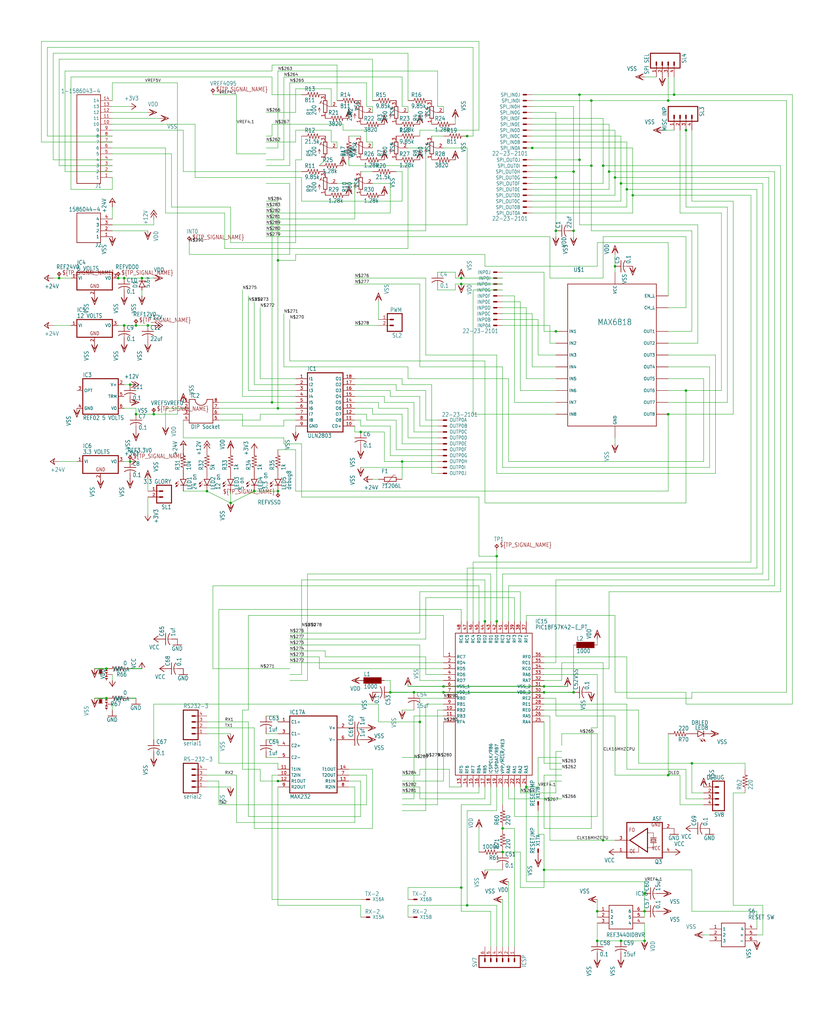
<source format=kicad_sch>
(kicad_sch (version 20231120) (generator "eeschema") (generator_version "8.0")
  (paper "User" 360.832 439.496)
  (junction (at 116.84 172.72))
  (junction (at 58.42 139.7))
  (junction (at 269.24 81.28))
  (junction (at 119.38 175.26))
  (junction (at 45.72 299.72))
  (junction (at 294.64 55.88))
  (junction (at 246.38 99.06))
  (junction (at 233.68 297.18))
  (junction (at 233.68 373.38))
  (junction (at 50.8 119.38))
  (junction (at 266.7 403.86))
  (junction (at 119.38 111.76))
  (junction (at 259.08 71.12))
  (junction (at 264.16 76.2))
  (junction (at 248.92 68.58))
  (junction (at 60.96 119.38))
  (junction (at 266.7 78.74))
  (junction (at 119.38 335.28))
  (junction (at 238.76 76.2))
  (junction (at 271.78 83.82))
  (junction (at 246.38 73.66))
  (junction (at 256.54 403.86))
  (junction (at 55.88 165.1))
  (junction (at 88.9 210.82))
  (junction (at 238.76 99.06))
  (junction (at 226.06 337.82))
  (junction (at 213.36 266.7))
  (junction (at 287.02 177.8))
  (junction (at 53.34 139.7))
  (junction (at 261.62 73.66))
  (junction (at 208.28 266.7))
  (junction (at 109.22 210.82))
  (junction (at 55.88 198.12))
  (junction (at 172.72 198.12))
  (junction (at 45.72 287.02))
  (junction (at 259.08 360.68))
  (junction (at 200.66 58.42))
  (junction (at 198.12 119.38))
  (junction (at 238.76 142.24))
  (junction (at 190.5 297.18))
  (junction (at 215.9 355.6))
  (junction (at 228.6 63.5))
  (junction (at 246.38 297.18))
  (junction (at 25.4 119.38))
  (junction (at 200.66 388.62))
  (junction (at 177.8 297.18))
  (junction (at 254 43.18))
  (junction (at 190.5 294.64))
  (junction (at 119.38 210.82))
  (junction (at 294.64 167.64))
  (junction (at 276.86 391.16))
  (junction (at 248.92 40.64))
  (junction (at 233.68 294.64))
  (junction (at 287.02 332.74))
  (junction (at 99.06 215.9))
  (junction (at 256.54 391.16))
  (junction (at 66.04 177.8))
  (junction (at 213.36 238.76))
  (junction (at 180.34 309.88))
  (junction (at 154.94 185.42))
  (junction (at 289.56 40.64))
  (junction (at 276.86 383.54))
  (junction (at 53.34 119.38))
  (junction (at 198.12 381))
  (junction (at 276.86 403.86))
  (junction (at 287.02 43.18))
  (junction (at 215.9 365.76))
  (junction (at 198.12 121.92))
  (junction (at 297.18 327.66))
  (junction (at 264.16 114.3))
  (junction (at 254 71.12))
  (junction (at 63.5 139.7))
  (junction (at 58.42 177.8))
  (junction (at 167.64 297.18))
  (wire (pts (xy 157.48 45.72) (xy 157.48 35.56)) (stroke (width 0.1524)))
  (wire (pts (xy 187.96 345.44) (xy 172.72 345.44)) (stroke (width 0.1524)))
  (wire (pts (xy 27.94 73.66) (xy 27.94 30.48)) (stroke (width 0.1524)))
  (wire (pts (xy 40.64 299.72) (xy 45.72 299.72)) (stroke (width 0.3048)))
  (wire (pts (xy 223.52 381) (xy 233.68 381)) (stroke (width 0.1524)))
  (wire (pts (xy 264.16 264.16) (xy 264.16 297.18)) (stroke (width 0.1524)))
  (wire (pts (xy 203.2 58.42) (xy 200.66 58.42)) (stroke (width 0.1524)))
  (wire (pts (xy 231.14 137.16) (xy 231.14 152.4)) (stroke (width 0.1524)))
  (wire (pts (xy 218.44 342.9) (xy 241.3 342.9)) (stroke (width 0.1524)))
  (wire (pts (xy 180.34 309.88) (xy 180.34 325.12)) (stroke (width 0.1524)))
  (wire (pts (xy 236.22 101.6) (xy 236.22 119.38)) (stroke (width 0.1524)))
  (wire (pts (xy 297.18 327.66) (xy 297.18 340.36)) (stroke (width 0.1524)))
  (wire (pts (xy 121.92 182.88) (xy 121.92 180.34)) (stroke (width 0.1524)))
  (wire (pts (xy 78.74 187.96) (xy 121.92 187.96)) (stroke (width 0.1524)))
  (wire (pts (xy 160.02 177.8) (xy 160.02 175.26)) (stroke (width 0.1524)))
  (wire (pts (xy 200.66 388.62) (xy 175.26 388.62)) (stroke (width 0.1524)))
  (wire (pts (xy 320.04 327.66) (xy 297.18 327.66)) (stroke (width 0.1524)))
  (wire (pts (xy 180.34 309.88) (xy 162.56 309.88)) (stroke (width 0.1524)))
  (wire (pts (xy 233.68 294.64) (xy 243.84 294.64)) (stroke (width 0.254)))
  (wire (pts (xy 162.56 175.26) (xy 175.26 175.26)) (stroke (width 0.1524)))
  (wire (pts (xy 210.82 246.38) (xy 210.82 266.7)) (stroke (width 0.1524)))
  (wire (pts (xy 238.76 99.06) (xy 238.76 76.2)) (stroke (width 0.1524)))
  (wire (pts (xy 111.76 330.2) (xy 111.76 335.28)) (stroke (width 0.1524)))
  (wire (pts (xy 63.5 205.74) (xy 63.5 210.82)) (stroke (width 0.1524)))
  (wire (pts (xy 215.9 116.84) (xy 233.68 116.84)) (stroke (width 0.1524)))
  (wire (pts (xy 287.02 127) (xy 287.02 104.14)) (stroke (width 0.1524)))
  (wire (pts (xy 147.32 55.88) (xy 157.48 55.88)) (stroke (width 0.1524)))
  (wire (pts (xy 218.44 337.82) (xy 218.44 342.9)) (stroke (width 0.1524)))
  (wire (pts (xy 167.64 182.88) (xy 154.94 182.88)) (stroke (width 0.1524)))
  (wire (pts (xy 124.46 35.56) (xy 124.46 71.12)) (stroke (width 0.1524)))
  (wire (pts (xy 83.82 76.2) (xy 129.54 76.2)) (stroke (width 0.1524)))
  (wire (pts (xy 104.14 177.8) (xy 104.14 182.88)) (stroke (width 0.1524)))
  (wire (pts (xy 325.12 81.28) (xy 269.24 81.28)) (stroke (width 0.1524)))
  (wire (pts (xy 180.34 121.92) (xy 180.34 157.48)) (stroke (width 0.1524)))
  (wire (pts (xy 213.36 152.4) (xy 213.36 203.2)) (stroke (width 0.1524)))
  (wire (pts (xy 160.02 25.4) (xy 160.02 43.18)) (stroke (width 0.1524)))
  (wire (pts (xy 160.02 175.26) (xy 152.4 175.26)) (stroke (width 0.1524)))
  (wire (pts (xy 137.16 287.02) (xy 137.16 281.94)) (stroke (width 0.1524)))
  (wire (pts (xy 127 60.96) (xy 114.3 60.96)) (stroke (width 0.1524)))
  (wire (pts (xy 254 43.18) (xy 287.02 43.18)) (stroke (width 0.1524)))
  (wire (pts (xy 91.44 251.46) (xy 91.44 287.02)) (stroke (width 0.1524)))
  (wire (pts (xy 312.42 172.72) (xy 312.42 88.9)) (stroke (width 0.1524)))
  (wire (pts (xy 274.32 304.8) (xy 274.32 327.66)) (stroke (width 0.1524)))
  (wire (pts (xy 48.26 96.52) (xy 66.04 96.52)) (stroke (width 0.1524)))
  (wire (pts (xy 124.46 292.1) (xy 132.08 292.1)) (stroke (width 0.1524)))
  (wire (pts (xy 264.16 76.2) (xy 264.16 55.88)) (stroke (width 0.1524)))
  (wire (pts (xy 58.42 177.8) (xy 58.42 175.26)) (stroke (width 0.1524)))
  (wire (pts (xy 238.76 248.92) (xy 330.2 248.92)) (stroke (width 0.1524)))
  (wire (pts (xy 101.6 40.64) (xy 91.44 40.64)) (stroke (width 0.1524)))
  (wire (pts (xy 162.56 309.88) (xy 162.56 302.26)) (stroke (width 0.1524)))
  (wire (pts (xy 124.46 78.74) (xy 114.3 78.74)) (stroke (width 0.1524)))
  (wire (pts (xy 114.3 314.96) (xy 119.38 314.96)) (stroke (width 0.1524)))
  (wire (pts (xy 182.88 302.26) (xy 182.88 347.98)) (stroke (width 0.1524)))
  (wire (pts (xy 261.62 81.28) (xy 261.62 73.66)) (stroke (width 0.1524)))
  (wire (pts (xy 213.36 266.7) (xy 213.36 238.76)) (stroke (width 0.1524)))
  (wire (pts (xy 182.88 63.5) (xy 182.88 99.06)) (stroke (width 0.1524)))
  (wire (pts (xy 152.4 337.82) (xy 149.86 337.82)) (stroke (width 0.1524)))
  (wire (pts (xy 78.74 175.26) (xy 71.12 175.26)) (stroke (width 0.1524)))
  (wire (pts (xy 238.76 299.72) (xy 238.76 307.34)) (stroke (width 0.1524)))
  (wire (pts (xy 190.5 45.72) (xy 187.96 45.72)) (stroke (width 0.1524)))
  (wire (pts (xy 215.9 266.7) (xy 215.9 246.38)) (stroke (width 0.1524)))
  (wire (pts (xy 116.84 58.42) (xy 114.3 58.42)) (stroke (width 0.1524)))
  (wire (pts (xy 60.96 127) (xy 60.96 124.46)) (stroke (width 0.1524)))
  (wire (pts (xy 248.92 40.64) (xy 289.56 40.64)) (stroke (width 0.1524)))
  (wire (pts (xy 172.72 45.72) (xy 172.72 33.02)) (stroke (width 0.1524)))
  (wire (pts (xy 127 182.88) (xy 127 185.42)) (stroke (width 0.1524)))
  (wire (pts (xy 314.96 86.36) (xy 297.18 86.36)) (stroke (width 0.1524)))
  (wire (pts (xy 238.76 76.2) (xy 238.76 48.26)) (stroke (width 0.1524)))
  (wire (pts (xy 88.9 210.82) (xy 99.06 215.9)) (stroke (width 0.1524)))
  (wire (pts (xy 157.48 345.44) (xy 93.98 345.44)) (stroke (width 0.1524)))
  (wire (pts (xy 127 48.26) (xy 114.3 48.26)) (stroke (width 0.1524)))
  (wire (pts (xy 241.3 284.48) (xy 259.08 284.48)) (stroke (width 0.1524)))
  (wire (pts (xy 104.14 330.2) (xy 111.76 330.2)) (stroke (width 0.1524)))
  (wire (pts (xy 116.84 88.9) (xy 116.84 172.72)) (stroke (width 0.1524)))
  (wire (pts (xy 53.34 119.38) (xy 50.8 119.38)) (stroke (width 0.1524)))
  (wire (pts (xy 228.6 88.9) (xy 269.24 88.9)) (stroke (width 0.1524)))
  (wire (pts (xy 302.26 198.12) (xy 302.26 162.56)) (stroke (width 0.1524)))
  (wire (pts (xy 175.26 22.86) (xy 22.86 22.86)) (stroke (width 0.1524)))
  (wire (pts (xy 101.6 353.06) (xy 152.4 353.06)) (stroke (width 0.1524)))
  (wire (pts (xy 200.66 96.52) (xy 114.3 96.52)) (stroke (width 0.1524)))
  (wire (pts (xy 198.12 337.82) (xy 193.04 337.82)) (stroke (width 0.1524)))
  (wire (pts (xy 238.76 284.48) (xy 238.76 248.92)) (stroke (width 0.1524)))
  (wire (pts (xy 228.6 78.74) (xy 259.08 78.74)) (stroke (width 0.1524)))
  (wire (pts (xy 233.68 304.8) (xy 274.32 304.8)) (stroke (width 0.1524)))
  (wire (pts (xy 58.42 139.7) (xy 53.34 139.7)) (stroke (width 0.1524)))
  (wire (pts (xy 48.26 35.56) (xy 76.2 35.56)) (stroke (width 0.1524)))
  (wire (pts (xy 121.92 180.34) (xy 127 180.34)) (stroke (width 0.1524)))
  (wire (pts (xy 106.68 167.64) (xy 127 167.64)) (stroke (width 0.1524)))
  (wire (pts (xy 228.6 91.44) (xy 271.78 91.44)) (stroke (width 0.1524)))
  (wire (pts (xy 271.78 83.82) (xy 322.58 83.82)) (stroke (width 0.1524)))
  (wire (pts (xy 233.68 284.48) (xy 238.76 284.48)) (stroke (width 0.1524)))
  (wire (pts (xy 269.24 281.94) (xy 269.24 299.72)) (stroke (width 0.1524)))
  (wire (pts (xy 256.54 114.3) (xy 208.28 114.3)) (stroke (width 0.1524)))
  (wire (pts (xy 58.42 299.72) (xy 55.88 299.72)) (stroke (width 0.3048)))
  (wire (pts (xy 241.3 314.96) (xy 241.3 320.04)) (stroke (width 0.1524)))
  (wire (pts (xy 215.9 406.4) (xy 215.9 386.08)) (stroke (width 0.1524)))
  (wire (pts (xy 228.6 76.2) (xy 238.76 76.2)) (stroke (width 0.1524)))
  (wire (pts (xy 215.9 132.08) (xy 226.06 132.08)) (stroke (width 0.1524)))
  (wire (pts (xy 236.22 139.7) (xy 236.22 147.32)) (stroke (width 0.1524)))
  (wire (pts (xy 119.38 193.04) (xy 127 193.04)) (stroke (width 0.1524)))
  (wire (pts (xy 81.28 109.22) (xy 124.46 109.22)) (stroke (width 0.1524)))
  (wire (pts (xy 213.36 238.76) (xy 213.36 236.22)) (stroke (width 0.1524)))
  (wire (pts (xy 228.6 83.82) (xy 264.16 83.82)) (stroke (width 0.1524)))
  (wire (pts (xy 99.06 88.9) (xy 73.66 88.9)) (stroke (width 0.1524)))
  (wire (pts (xy 208.28 248.92) (xy 208.28 266.7)) (stroke (width 0.1524)))
  (wire (pts (xy 119.38 335.28) (xy 121.92 335.28)) (stroke (width 0.1524)))
  (wire (pts (xy 200.66 58.42) (xy 198.12 58.42)) (stroke (width 0.1524)))
  (wire (pts (xy 200.66 388.62) (xy 200.66 347.98)) (stroke (width 0.1524)))
  (wire (pts (xy 215.9 200.66) (xy 304.8 200.66)) (stroke (width 0.1524)))
  (wire (pts (xy 190.5 294.64) (xy 233.68 294.64)) (stroke (width 0.3048)))
  (wire (pts (xy 215.9 121.92) (xy 198.12 121.92)) (stroke (width 0.1524)))
  (wire (pts (xy 309.88 167.64) (xy 309.88 91.44)) (stroke (width 0.1524)))
  (wire (pts (xy 187.96 190.5) (xy 172.72 190.5)) (stroke (width 0.1524)))
  (wire (pts (xy 236.22 335.28) (xy 236.22 360.68)) (stroke (width 0.1524)))
  (wire (pts (xy 119.38 175.26) (xy 93.98 175.26)) (stroke (width 0.1524)))
  (wire (pts (xy 116.84 33.02) (xy 116.84 40.64)) (stroke (width 0.1524)))
  (wire (pts (xy 172.72 86.36) (xy 172.72 73.66)) (stroke (width 0.1524)))
  (wire (pts (xy 109.22 165.1) (xy 127 165.1)) (stroke (width 0.1524)))
  (wire (pts (xy 259.08 360.68) (xy 264.16 360.68)) (stroke (width 0.1524)))
  (wire (pts (xy 256.54 312.42) (xy 254 312.42)) (stroke (width 0.1524)))
  (wire (pts (xy 284.48 55.88) (xy 289.56 55.88)) (stroke (width 0.1524)))
  (wire (pts (xy 66.04 302.26) (xy 66.04 317.5)) (stroke (width 0.1524)))
  (wire (pts (xy 292.1 91.44) (xy 292.1 55.88)) (stroke (width 0.1524)))
  (wire (pts (xy 264.16 114.3) (xy 264.16 116.84)) (stroke (width 0.1524)))
  (wire (pts (xy 312.42 88.9) (xy 294.64 88.9)) (stroke (width 0.1524)))
  (wire (pts (xy 259.08 71.12) (xy 259.08 50.8)) (stroke (width 0.1524)))
  (wire (pts (xy 175.26 381) (xy 198.12 381)) (stroke (width 0.1524)))
  (wire (pts (xy 175.26 63.5) (xy 182.88 63.5)) (stroke (width 0.1524)))
  (wire (pts (xy 149.86 332.74) (xy 157.48 332.74)) (stroke (width 0.1524)))
  (wire (pts (xy 127 210.82) (xy 287.02 210.82)) (stroke (width 0.1524)))
  (wire (pts (xy 139.7 281.94) (xy 139.7 279.4)) (stroke (width 0.1524)))
  (wire (pts (xy 119.38 327.66) (xy 93.98 327.66)) (stroke (width 0.1524)))
  (wire (pts (xy 241.3 292.1) (xy 241.3 284.48)) (stroke (width 0.1524)))
  (wire (pts (xy 220.98 406.4) (xy 220.98 355.6)) (stroke (width 0.1524)))
  (wire (pts (xy 226.06 337.82) (xy 231.14 337.82)) (stroke (width 0.1524)))
  (wire (pts (xy 226.06 337.82) (xy 226.06 378.46)) (stroke (width 0.1524)))
  (wire (pts (xy 297.18 391.16) (xy 325.12 391.16)) (stroke (width 0.1524)))
  (wire (pts (xy 238.76 177.8) (xy 203.2 177.8)) (stroke (width 0.1524)))
  (wire (pts (xy 116.84 30.48) (xy 116.84 27.94)) (stroke (width 0.1524)))
  (wire (pts (xy 119.38 86.36) (xy 119.38 111.76)) (stroke (width 0.1524)))
  (wire (pts (xy 83.82 53.34) (xy 83.82 76.2)) (stroke (width 0.1524)))
  (wire (pts (xy 236.22 147.32) (xy 238.76 147.32)) (stroke (width 0.1524)))
  (wire (pts (xy 96.52 106.68) (xy 96.52 91.44)) (stroke (width 0.1524)))
  (wire (pts (xy 320.04 330.2) (xy 320.04 327.66)) (stroke (width 0.1524)))
  (wire (pts (xy 233.68 355.6) (xy 233.68 332.74)) (stroke (width 0.1524)))
  (wire (pts (xy 109.22 129.54) (xy 109.22 165.1)) (stroke (width 0.1524)))
  (wire (pts (xy 175.26 162.56) (xy 218.44 162.56)) (stroke (width 0.1524)))
  (wire (pts (xy 175.26 48.26) (xy 175.26 45.72)) (stroke (width 0.1524)))
  (wire (pts (xy 294.64 215.9) (xy 294.64 167.64)) (stroke (width 0.1524)))
  (wire (pts (xy 185.42 165.1) (xy 172.72 165.1)) (stroke (width 0.1524)))
  (wire (pts (xy 259.08 119.38) (xy 259.08 101.6)) (stroke (width 0.1524)))
  (wire (pts (xy 114.3 86.36) (xy 119.38 86.36)) (stroke (width 0.1524)))
  (wire (pts (xy 142.24 45.72) (xy 142.24 38.1)) (stroke (width 0.1524)))
  (wire (pts (xy 48.26 43.18) (xy 48.26 35.56)) (stroke (width 0.1524)))
  (wire (pts (xy 226.06 132.08) (xy 226.06 162.56)) (stroke (width 0.1524)))
  (wire (pts (xy 208.28 373.38) (xy 215.9 373.38)) (stroke (width 0.1524)))
  (wire (pts (xy 17.78 60.96) (xy 48.26 60.96)) (stroke (width 0.1524)))
  (wire (pts (xy 200.66 266.7) (xy 200.66 243.84)) (stroke (width 0.1524)))
  (wire (pts (xy 116.84 172.72) (xy 127 172.72)) (stroke (width 0.1524)))
  (wire (pts (xy 170.18 165.1) (xy 152.4 165.1)) (stroke (width 0.1524)))
  (wire (pts (xy 297.18 142.24) (xy 287.02 142.24)) (stroke (width 0.1524)))
  (wire (pts (xy 187.96 304.8) (xy 187.96 345.44)) (stroke (width 0.1524)))
  (wire (pts (xy 111.76 177.8) (xy 127 177.8)) (stroke (width 0.1524)))
  (wire (pts (xy 93.98 180.34) (xy 111.76 180.34)) (stroke (width 0.1524)))
  (wire (pts (xy 193.04 337.82) (xy 193.04 330.2)) (stroke (width 0.1524)))
  (wire (pts (xy 220.98 350.52) (xy 256.54 350.52)) (stroke (width 0.1524)))
  (wire (pts (xy 177.8 185.42) (xy 177.8 172.72)) (stroke (width 0.1524)))
  (wire (pts (xy 205.74 17.78) (xy 17.78 17.78)) (stroke (width 0.1524)))
  (wire (pts (xy 233.68 299.72) (xy 238.76 299.72)) (stroke (width 0.1524)))
  (wire (pts (xy 276.86 378.46) (xy 276.86 383.54)) (stroke (width 0.1524)))
  (wire (pts (xy 327.66 78.74) (xy 266.7 78.74)) (stroke (width 0.1524)))
  (wire (pts (xy 182.88 180.34) (xy 182.88 167.64)) (stroke (width 0.1524)))
  (wire (pts (xy 213.36 406.4) (xy 213.36 388.62)) (stroke (width 0.1524)))
  (wire (pts (xy 165.1 172.72) (xy 165.1 170.18)) (stroke (width 0.1524)))
  (wire (pts (xy 226.06 162.56) (xy 238.76 162.56)) (stroke (width 0.1524)))
  (wire (pts (xy 246.38 99.06) (xy 246.38 73.66)) (stroke (width 0.1524)))
  (wire (pts (xy 127 38.1) (xy 127 48.26)) (stroke (width 0.1524)))
  (wire (pts (xy 144.78 45.72) (xy 142.24 45.72)) (stroke (width 0.1524)))
  (wire (pts (xy 309.88 91.44) (xy 292.1 91.44)) (stroke (width 0.1524)))
  (wire (pts (xy 175.26 393.7) (xy 175.26 388.62)) (stroke (width 0.1524)))
  (wire (pts (xy 215.9 134.62) (xy 228.6 134.62)) (stroke (width 0.1524)))
  (wire (pts (xy 180.34 332.74) (xy 172.72 332.74)) (stroke (width 0.1524)))
  (wire (pts (xy 256.54 104.14) (xy 256.54 114.3)) (stroke (width 0.1524)))
  (wire (pts (xy 96.52 91.44) (xy 71.12 91.44)) (stroke (width 0.1524)))
  (wire (pts (xy 114.3 317.5) (xy 119.38 317.5)) (stroke (width 0.1524)))
  (wire (pts (xy 121.92 33.02) (xy 121.92 68.58)) (stroke (width 0.1524)))
  (wire (pts (xy 261.62 254) (xy 335.28 254)) (stroke (width 0.1524)))
  (wire (pts (xy 124.46 71.12) (xy 114.3 71.12)) (stroke (width 0.1524)))
  (wire (pts (xy 157.48 180.34) (xy 157.48 177.8)) (stroke (width 0.1524)))
  (wire (pts (xy 172.72 190.5) (xy 172.72 177.8)) (stroke (width 0.1524)))
  (wire (pts (xy 25.4 25.4) (xy 160.02 25.4)) (stroke (width 0.1524)))
  (wire (pts (xy 233.68 116.84) (xy 233.68 142.24)) (stroke (width 0.1524)))
  (wire (pts (xy 233.68 297.18) (xy 246.38 297.18)) (stroke (width 0.254)))
  (wire (pts (xy 226.06 378.46) (xy 276.86 378.46)) (stroke (width 0.1524)))
  (wire (pts (xy 223.52 340.36) (xy 238.76 340.36)) (stroke (width 0.1524)))
  (wire (pts (xy 180.34 170.18) (xy 167.64 170.18)) (stroke (width 0.1524)))
  (wire (pts (xy 129.54 86.36) (xy 172.72 86.36)) (stroke (width 0.1524)))
  (wire (pts (xy 205.74 238.76) (xy 213.36 238.76)) (stroke (width 0.1524)))
  (wire (pts (xy 213.36 388.62) (xy 200.66 388.62)) (stroke (width 0.1524)))
  (wire (pts (xy 152.4 185.42) (xy 152.4 182.88)) (stroke (width 0.1524)))
  (wire (pts (xy 208.28 109.22) (xy 127 109.22)) (stroke (width 0.1524)))
  (wire (pts (xy 175.26 187.96) (xy 187.96 187.96)) (stroke (width 0.1524)))
  (wire (pts (xy 294.64 132.08) (xy 287.02 132.08)) (stroke (width 0.1524)))
  (wire (pts (xy 190.5 287.02) (xy 137.16 287.02)) (stroke (width 0.1524)))
  (wire (pts (xy 104.14 170.18) (xy 127 170.18)) (stroke (width 0.1524)))
  (wire (pts (xy 226.06 264.16) (xy 264.16 264.16)) (stroke (width 0.1524)))
  (wire (pts (xy 269.24 302.26) (xy 269.24 330.2)) (stroke (width 0.1524)))
  (wire (pts (xy 17.78 17.78) (xy 17.78 60.96)) (stroke (width 0.1524)))
  (wire (pts (xy 180.34 182.88) (xy 180.34 170.18)) (stroke (width 0.1524)))
  (wire (pts (xy 162.56 302.26) (xy 66.04 302.26)) (stroke (width 0.1524)))
  (wire (pts (xy 220.98 172.72) (xy 238.76 172.72)) (stroke (width 0.1524)))
  (wire (pts (xy 63.5 48.26) (xy 48.26 48.26)) (stroke (width 0.1524)))
  (wire (pts (xy 121.92 68.58) (xy 114.3 68.58)) (stroke (width 0.1524)))
  (wire (pts (xy 160.02 330.2) (xy 149.86 330.2)) (stroke (width 0.1524)))
  (wire (pts (xy 93.98 335.28) (xy 93.98 345.44)) (stroke (width 0.1524)))
  (wire (pts (xy 213.36 266.7) (xy 213.36 269.24)) (stroke (width 0.1524)))
  (wire (pts (xy 304.8 200.66) (xy 304.8 157.48)) (stroke (width 0.1524)))
  (wire (pts (xy 223.52 365.76) (xy 223.52 381)) (stroke (width 0.1524)))
  (wire (pts (xy 213.36 347.98) (xy 200.66 347.98)) (stroke (width 0.1524)))
  (wire (pts (xy 228.6 73.66) (xy 246.38 73.66)) (stroke (width 0.1524)))
  (wire (pts (xy 228.6 71.12) (xy 254 71.12)) (stroke (width 0.1524)))
  (wire (pts (xy 248.92 40.64) (xy 248.92 68.58)) (stroke (width 0.1524)))
  (wire (pts (xy 99.06 210.82) (xy 99.06 215.9)) (stroke (width 0.1524)))
  (wire (pts (xy 106.68 264.16) (xy 106.68 304.8)) (stroke (width 0.1524)))
  (wire (pts (xy 297.18 297.18) (xy 337.82 297.18)) (stroke (width 0.1524)))
  (wire (pts (xy 116.84 53.34) (xy 116.84 58.42)) (stroke (width 0.1524)))
  (wire (pts (xy 233.68 287.02) (xy 261.62 287.02)) (stroke (width 0.1524)))
  (wire (pts (xy 99.06 104.14) (xy 99.06 88.9)) (stroke (width 0.1524)))
  (wire (pts (xy 180.34 55.88) (xy 205.74 55.88)) (stroke (width 0.1524)))
  (wire (pts (xy 104.14 182.88) (xy 121.92 182.88)) (stroke (width 0.1524)))
  (wire (pts (xy 66.04 177.8) (xy 58.42 177.8)) (stroke (width 0.1524)))
  (wire (pts (xy 116.84 27.94) (xy 144.78 27.94)) (stroke (width 0.1524)))
  (wire (pts (xy 170.18 193.04) (xy 170.18 180.34)) (stroke (width 0.1524)))
  (wire (pts (xy 205.74 340.36) (xy 172.72 340.36)) (stroke (width 0.1524)))
  (wire (pts (xy 78.74 180.34) (xy 78.74 187.96)) (stroke (width 0.1524)))
  (wire (pts (xy 220.98 266.7) (xy 220.98 256.54)) (stroke (width 0.1524)))
  (wire (pts (xy 119.38 30.48) (xy 119.38 63.5)) (stroke (width 0.1524)))
  (wire (pts (xy 223.52 266.7) (xy 223.52 254)) (stroke (width 0.1524)))
  (wire (pts (xy 215.9 137.16) (xy 231.14 137.16)) (stroke (width 0.1524)))
  (wire (pts (xy 114.3 101.6) (xy 236.22 101.6)) (stroke (width 0.1524)))
  (wire (pts (xy 116.84 386.08) (xy 116.84 332.74)) (stroke (width 0.1524)))
  (wire (pts (xy 302.26 401.32) (xy 304.8 401.32)) (stroke (width 0.1524)))
  (wire (pts (xy 167.64 170.18) (xy 167.64 167.64)) (stroke (width 0.1524)))
  (wire (pts (xy 203.2 241.3) (xy 322.58 241.3)) (stroke (width 0.1524)))
  (wire (pts (xy 236.22 330.2) (xy 241.3 330.2)) (stroke (width 0.1524)))
  (wire (pts (xy 121.92 190.5) (xy 129.54 190.5)) (stroke (width 0.1524)))
  (wire (pts (xy 160.02 60.96) (xy 160.02 63.5)) (stroke (width 0.1524)))
  (wire (pts (xy 220.98 127) (xy 220.98 172.72)) (stroke (width 0.1524)))
  (wire (pts (xy 187.96 195.58) (xy 167.64 195.58)) (stroke (width 0.1524)))
  (wire (pts (xy 297.18 327.66) (xy 274.32 327.66)) (stroke (width 0.1524)))
  (wire (pts (xy 20.32 58.42) (xy 20.32 20.32)) (stroke (width 0.1524)))
  (wire (pts (xy 109.22 312.42) (xy 109.22 355.6)) (stroke (width 0.1524)))
  (wire (pts (xy 299.72 147.32) (xy 287.02 147.32)) (stroke (width 0.1524)))
  (wire (pts (xy 132.08 246.38) (xy 210.82 246.38)) (stroke (width 0.1524)))
  (wire (pts (xy 175.26 71.12) (xy 175.26 106.68)) (stroke (width 0.1524)))
  (wire (pts (xy 170.18 180.34) (xy 157.48 180.34)) (stroke (width 0.1524)))
  (wire (pts (xy 215.9 157.48) (xy 215.9 200.66)) (stroke (width 0.1524)))
  (wire (pts (xy 327.66 401.32) (xy 325.12 401.32)) (stroke (width 0.1524)))
  (wire (pts (xy 182.88 167.64) (xy 170.18 167.64)) (stroke (width 0.1524)))
  (wire (pts (xy 254 43.18) (xy 254 71.12)) (stroke (width 0.1524)))
  (wire (pts (xy 210.82 345.44) (xy 198.12 345.44)) (stroke (width 0.1524)))
  (wire (pts (xy 48.26 93.98) (xy 48.26 88.9)) (stroke (width 0.1524)))
  (wire (pts (xy 205.74 251.46) (xy 91.44 251.46)) (stroke (width 0.1524)))
  (wire (pts (xy 119.38 317.5) (xy 119.38 320.04)) (stroke (width 0.1524)))
  (wire (pts (xy 190.5 264.16) (xy 106.68 264.16)) (stroke (width 0.1524)))
  (wire (pts (xy 297.18 340.36) (xy 302.26 340.36)) (stroke (width 0.1524)))
  (wire (pts (xy 114.3 307.34) (xy 119.38 307.34)) (stroke (width 0.1524)))
  (wire (pts (xy 180.34 157.48) (xy 215.9 157.48)) (stroke (width 0.1524)))
  (wire (pts (xy 154.94 335.28) (xy 154.94 350.52)) (stroke (width 0.1524)))
  (wire (pts (xy 30.48 33.02) (xy 116.84 33.02)) (stroke (width 0.1524)))
  (wire (pts (xy 203.2 20.32) (xy 203.2 58.42)) (stroke (width 0.1524)))
  (wire (pts (xy 190.5 58.42) (xy 185.42 58.42)) (stroke (width 0.1524)))
  (wire (pts (xy 261.62 53.34) (xy 228.6 53.34)) (stroke (width 0.1524)))
  (wire (pts (xy 167.64 297.18) (xy 175.26 297.18)) (stroke (width 0.1524)))
  (wire (pts (xy 203.2 124.46) (xy 215.9 124.46)) (stroke (width 0.1524)))
  (wire (pts (xy 127 109.22) (xy 127 111.76)) (stroke (width 0.1524)))
  (wire (pts (xy 149.86 58.42) (xy 154.94 58.42)) (stroke (width 0.1524)))
  (wire (pts (xy 88.9 314.96) (xy 99.06 314.96)) (stroke (width 0.1524)))
  (wire (pts (xy 111.76 180.34) (xy 111.76 177.8)) (stroke (width 0.1524)))
  (wire (pts (xy 208.28 337.82) (xy 208.28 342.9)) (stroke (width 0.1524)))
  (wire (pts (xy 157.48 60.96) (xy 160.02 60.96)) (stroke (width 0.1524)))
  (wire (pts (xy 261.62 287.02) (xy 261.62 254)) (stroke (width 0.1524)))
  (wire (pts (xy 233.68 142.24) (xy 238.76 142.24)) (stroke (width 0.1524)))
  (wire (pts (xy 208.28 154.94) (xy 208.28 215.9)) (stroke (width 0.1524)))
  (wire (pts (xy 327.66 246.38) (xy 327.66 78.74)) (stroke (width 0.1524)))
  (wire (pts (xy 99.06 215.9) (xy 109.22 210.82)) (stroke (width 0.1524)))
  (wire (pts (xy 111.76 162.56) (xy 127 162.56)) (stroke (width 0.1524)))
  (wire (pts (xy 180.34 271.78) (xy 124.46 271.78)) (stroke (width 0.1524)))
  (wire (pts (xy 307.34 203.2) (xy 307.34 152.4)) (stroke (width 0.1524)))
  (wire (pts (xy 190.5 307.34) (xy 177.8 307.34)) (stroke (width 0.1524)))
  (wire (pts (xy 144.78 60.96) (xy 142.24 60.96)) (stroke (width 0.1524)))
  (wire (pts (xy 210.82 406.4) (xy 210.82 391.16)) (stroke (width 0.1524)))
  (wire (pts (xy 119.38 63.5) (xy 114.3 63.5)) (stroke (width 0.1524)))
  (wire (pts (xy 88.9 312.42) (xy 109.22 312.42)) (stroke (width 0.1524)))
  (wire (pts (xy 88.9 332.74) (xy 101.6 332.74)) (stroke (width 0.1524)))
  (wire (pts (xy 248.92 68.58) (xy 248.92 96.52)) (stroke (width 0.1524)))
  (wire (pts (xy 175.26 386.08) (xy 175.26 381)) (stroke (width 0.1524)))
  (wire (pts (xy 297.18 99.06) (xy 297.18 142.24)) (stroke (width 0.1524)))
  (wire (pts (xy 22.86 22.86) (xy 22.86 68.58)) (stroke (width 0.1524)))
  (wire (pts (xy 182.88 152.4) (xy 213.36 152.4)) (stroke (width 0.1524)))
  (wire (pts (xy 294.64 302.26) (xy 340.36 302.26)) (stroke (width 0.1524)))
  (wire (pts (xy 167.64 292.1) (xy 165.1 292.1)) (stroke (width 0.1524)))
  (wire (pts (xy 111.76 132.08) (xy 111.76 162.56)) (stroke (width 0.1524)))
  (wire (pts (xy 256.54 289.56) (xy 256.54 312.42)) (stroke (width 0.1524)))
  (wire (pts (xy 264.16 109.22) (xy 264.16 114.3)) (stroke (width 0.1524)))
  (wire (pts (xy 78.74 210.82) (xy 88.9 210.82)) (stroke (width 0.1524)))
  (wire (pts (xy 264.16 190.5) (xy 264.16 187.96)) (stroke (width 0.1524)))
  (wire (pts (xy 259.08 101.6) (xy 294.64 101.6)) (stroke (width 0.1524)))
  (wire (pts (xy 20.32 20.32) (xy 203.2 20.32)) (stroke (width 0.1524)))
  (wire (pts (xy 335.28 71.12) (xy 259.08 71.12)) (stroke (width 0.1524)))
  (wire (pts (xy 218.44 251.46) (xy 332.74 251.46)) (stroke (width 0.1524)))
  (wire (pts (xy 129.54 289.56) (xy 129.54 248.92)) (stroke (width 0.1524)))
  (wire (pts (xy 187.96 185.42) (xy 177.8 185.42)) (stroke (width 0.1524)))
  (wire (pts (xy 121.92 157.48) (xy 175.26 157.48)) (stroke (width 0.1524)))
  (wire (pts (xy 332.74 73.66) (xy 261.62 73.66)) (stroke (width 0.1524)))
  (wire (pts (xy 266.7 86.36) (xy 266.7 78.74)) (stroke (width 0.1524)))
  (wire (pts (xy 287.02 104.14) (xy 256.54 104.14)) (stroke (width 0.1524)))
  (wire (pts (xy 27.94 30.48) (xy 116.84 30.48)) (stroke (width 0.1524)))
  (wire (pts (xy 233.68 292.1) (xy 241.3 292.1)) (stroke (width 0.1524)))
  (wire (pts (xy 81.28 104.14) (xy 81.28 109.22)) (stroke (width 0.1524)))
  (wire (pts (xy 233.68 327.66) (xy 241.3 327.66)) (stroke (width 0.1524)))
  (wire (pts (xy 213.36 337.82) (xy 213.36 347.98)) (stroke (width 0.1524)))
  (wire (pts (xy 264.16 307.34) (xy 264.16 332.74)) (stroke (width 0.1524)))
  (wire (pts (xy 66.04 139.7) (xy 63.5 139.7)) (stroke (width 0.1524)))
  (wire (pts (xy 149.86 68.58) (xy 149.86 71.12)) (stroke (width 0.1524)))
  (wire (pts (xy 246.38 73.66) (xy 246.38 45.72)) (stroke (width 0.1524)))
  (wire (pts (xy 119.38 175.26) (xy 127 175.26)) (stroke (width 0.1524)))
  (wire (pts (xy 154.94 388.62) (xy 119.38 388.62)) (stroke (width 0.1524)))
  (wire (pts (xy 88.9 335.28) (xy 93.98 335.28)) (stroke (width 0.1524)))
  (wire (pts (xy 48.26 99.06) (xy 63.5 99.06)) (stroke (width 0.1524)))
  (wire (pts (xy 157.48 55.88) (xy 157.48 60.96)) (stroke (width 0.1524)))
  (wire (pts (xy 119.38 330.2) (xy 119.38 327.66)) (stroke (width 0.1524)))
  (wire (pts (xy 218.44 406.4) (xy 218.44 378.46)) (stroke (width 0.1524)))
  (wire (pts (xy 182.88 274.32) (xy 124.46 274.32)) (stroke (width 0.1524)))
  (wire (pts (xy 271.78 91.44) (xy 271.78 83.82)) (stroke (width 0.1524)))
  (wire (pts (xy 106.68 304.8) (xy 104.14 304.8)) (stroke (width 0.1524)))
  (wire (pts (xy 215.9 119.38) (xy 198.12 119.38)) (stroke (width 0.1524)))
  (wire (pts (xy 142.24 55.88) (xy 127 55.88)) (stroke (width 0.1524)))
  (wire (pts (xy 190.5 48.26) (xy 190.5 45.72)) (stroke (width 0.1524)))
  (wire (pts (xy 119.38 307.34) (xy 119.38 309.88)) (stroke (width 0.1524)))
  (wire (pts (xy 254 312.42) (xy 254 355.6)) (stroke (width 0.1524)))
  (wire (pts (xy 147.32 53.34) (xy 116.84 53.34)) (stroke (width 0.1524)))
  (wire (pts (xy 218.44 198.12) (xy 302.26 198.12)) (stroke (width 0.1524)))
  (wire (pts (xy 187.96 124.46) (xy 195.58 124.46)) (stroke (width 0.1524)))
  (wire (pts (xy 287.02 172.72) (xy 312.42 172.72)) (stroke (width 0.1524)))
  (wire (pts (xy 180.34 337.82) (xy 172.72 337.82)) (stroke (width 0.1524)))
  (wire (pts (xy 165.1 170.18) (xy 152.4 170.18)) (stroke (width 0.1524)))
  (wire (pts (xy 109.22 210.82) (xy 119.38 210.82)) (stroke (width 0.1524)))
  (wire (pts (xy 215.9 365.76) (xy 223.52 365.76)) (stroke (width 0.1524)))
  (wire (pts (xy 157.48 332.74) (xy 157.48 345.44)) (stroke (width 0.1524)))
  (wire (pts (xy 269.24 60.96) (xy 228.6 60.96)) (stroke (width 0.1524)))
  (wire (pts (xy 215.9 127) (xy 220.98 127)) (stroke (width 0.1524)))
  (wire (pts (xy 154.94 182.88) (xy 154.94 180.34)) (stroke (width 0.1524)))
  (wire (pts (xy 307.34 152.4) (xy 287.02 152.4)) (stroke (width 0.1524)))
  (wire (pts (xy 266.7 58.42) (xy 228.6 58.42)) (stroke (width 0.1524)))
  (wire (pts (xy 180.34 342.9) (xy 180.34 337.82)) (stroke (width 0.1524)))
  (wire (pts (xy 292.1 332.74) (xy 292.1 345.44)) (stroke (width 0.1524)))
  (wire (pts (xy 172.72 33.02) (xy 121.92 33.02)) (stroke (width 0.1524)))
  (wire (pts (xy 190.5 294.64) (xy 175.26 294.64)) (stroke (width 0.254)))
  (wire (pts (xy 73.66 88.9) (xy 73.66 66.04)) (stroke (width 0.1524)))
  (wire (pts (xy 259.08 78.74) (xy 259.08 71.12)) (stroke (width 0.1524)))
  (wire (pts (xy 228.6 43.18) (xy 254 43.18)) (stroke (width 0.1524)))
  (wire (pts (xy 180.34 325.12) (xy 172.72 325.12)) (stroke (width 0.1524)))
  (wire (pts (xy 53.34 139.7) (xy 50.8 139.7)) (stroke (width 0.1524)))
  (wire (pts (xy 254 71.12) (xy 254 99.06)) (stroke (width 0.1524)))
  (wire (pts (xy 144.78 63.5) (xy 144.78 60.96)) (stroke (width 0.1524)))
  (wire (pts (xy 264.16 332.74) (xy 287.02 332.74)) (stroke (width 0.1524)))
  (wire (pts (xy 152.4 353.06) (xy 152.4 337.82)) (stroke (width 0.1524)))
  (wire (pts (xy 287.02 43.18) (xy 287.02 33.02)) (stroke (width 0.1524)))
  (wire (pts (xy 187.96 45.72) (xy 187.96 30.48)) (stroke (width 0.1524)))
  (wire (pts (xy 162.56 129.54) (xy 162.56 137.16)) (stroke (width 0.1524)))
  (wire (pts (xy 233.68 309.88) (xy 233.68 327.66)) (stroke (width 0.1524)))
  (wire (pts (xy 266.7 403.86) (xy 276.86 403.86)) (stroke (width 0.1524)))
  (wire (pts (xy 152.4 139.7) (xy 162.56 139.7)) (stroke (width 0.1524)))
  (wire (pts (xy 119.38 111.76) (xy 119.38 175.26)) (stroke (width 0.1524)))
  (wire (pts (xy 259.08 50.8) (xy 228.6 50.8)) (stroke (width 0.1524)))
  (wire (pts (xy 304.8 157.48) (xy 287.02 157.48)) (stroke (width 0.1524)))
  (wire (pts (xy 187.96 180.34) (xy 182.88 180.34)) (stroke (width 0.1524)))
  (wire (pts (xy 198.12 261.62) (xy 198.12 266.7)) (stroke (width 0.1524)))
  (wire (pts (xy 187.96 203.2) (xy 185.42 203.2)) (stroke (width 0.1524)))
  (wire (pts (xy 170.18 167.64) (xy 170.18 165.1)) (stroke (width 0.1524)))
  (wire (pts (xy 299.72 96.52) (xy 299.72 147.32)) (stroke (width 0.1524)))
  (wire (pts (xy 198.12 381) (xy 198.12 345.44)) (stroke (width 0.1524)))
  (wire (pts (xy 287.02 332.74) (xy 292.1 332.74)) (stroke (width 0.1524)))
  (wire (pts (xy 30.48 81.28) (xy 30.48 33.02)) (stroke (width 0.1524)))
  (wire (pts (xy 106.68 350.52) (xy 106.68 309.88)) (stroke (width 0.1524)))
  (wire (pts (xy 187.96 182.88) (xy 180.34 182.88)) (stroke (width 0.1524)))
  (wire (pts (xy 231.14 337.82) (xy 231.14 325.12)) (stroke (width 0.1524)))
  (wire (pts (xy 68.58 50.8) (xy 48.26 50.8)) (stroke (width 0.1524)))
  (wire (pts (xy 71.12 175.26) (xy 71.12 182.88)) (stroke (width 0.1524)))
  (wire (pts (xy 248.92 96.52) (xy 299.72 96.52)) (stroke (width 0.1524)))
  (wire (pts (xy 215.9 337.82) (xy 215.9 345.44)) (stroke (width 0.1524)))
  (wire (pts (xy 127 193.04) (xy 127 210.82)) (stroke (width 0.1524)))
  (wire (pts (xy 165.1 185.42) (xy 154.94 185.42)) (stroke (width 0.1524)))
  (wire (pts (xy 175.26 175.26) (xy 175.26 187.96)) (stroke (width 0.1524)))
  (wire (pts (xy 228.6 157.48) (xy 238.76 157.48)) (stroke (width 0.1524)))
  (wire (pts (xy 124.46 137.16) (xy 124.46 154.94)) (stroke (width 0.1524)))
  (wire (pts (xy 271.78 63.5) (xy 228.6 63.5)) (stroke (width 0.1524)))
  (wire (pts (xy 127 104.14) (xy 99.06 104.14)) (stroke (width 0.1524)))
  (wire (pts (xy 180.34 254) (xy 180.34 271.78)) (stroke (width 0.1524)))
  (wire (pts (xy 185.42 203.2) (xy 185.42 165.1)) (stroke (width 0.1524)))
  (wire (pts (xy 223.52 337.82) (xy 223.52 340.36)) (stroke (width 0.1524)))
  (wire (pts (xy 132.08 292.1) (xy 132.08 246.38)) (stroke (width 0.1524)))
  (wire (pts (xy 208.28 342.9) (xy 180.34 342.9)) (stroke (width 0.1524)))
  (wire (pts (xy 266.7 78.74) (xy 266.7 58.42)) (stroke (width 0.1524)))
  (wire (pts (xy 160.02 205.74) (xy 162.56 205.74)) (stroke (width 0.1524)))
  (wire (pts (xy 180.34 58.42) (xy 180.34 55.88)) (stroke (width 0.1524)))
  (wire (pts (xy 177.8 297.18) (xy 167.64 297.18)) (stroke (width 0.254)))
  (wire (pts (xy 190.5 281.94) (xy 190.5 264.16)) (stroke (width 0.1524)))
  (wire (pts (xy 294.64 297.18) (xy 294.64 302.26)) (stroke (width 0.1524)))
  (wire (pts (xy 149.86 71.12) (xy 175.26 71.12)) (stroke (width 0.1524)))
  (wire (pts (xy 187.96 200.66) (xy 154.94 200.66)) (stroke (width 0.1524)))
  (wire (pts (xy 294.64 55.88) (xy 294.64 53.34)) (stroke (width 0.1524)))
  (wire (pts (xy 154.94 185.42) (xy 152.4 185.42)) (stroke (width 0.1524)))
  (wire (pts (xy 220.98 256.54) (xy 182.88 256.54)) (stroke (width 0.1524)))
  (wire (pts (xy 48.26 73.66) (xy 27.94 73.66)) (stroke (width 0.1524)))
  (wire (pts (xy 256.54 350.52) (xy 256.54 314.96)) (stroke (width 0.1524)))
  (wire (pts (xy 200.66 63.5) (xy 200.66 96.52)) (stroke (width 0.1524)))
  (wire (pts (xy 218.44 162.56) (xy 218.44 198.12)) (stroke (width 0.1524)))
  (wire (pts (xy 48.26 302.26) (xy 48.26 304.8)) (stroke (width 0.1524)))
  (wire (pts (xy 48.26 71.12) (xy 25.4 71.12)) (stroke (width 0.1524)))
  (wire (pts (xy 48.26 66.04) (xy 73.66 66.04)) (stroke (width 0.1524)))
  (wire (pts (xy 254 99.06) (xy 297.18 99.06)) (stroke (width 0.1524)))
  (wire (pts (xy 340.36 40.64) (xy 289.56 40.64)) (stroke (width 0.1524)))
  (wire (pts (xy 226.06 266.7) (xy 226.06 264.16)) (stroke (width 0.1524)))
  (wire (pts (xy 233.68 281.94) (xy 269.24 281.94)) (stroke (width 0.1524)))
  (wire (pts (xy 88.9 337.82) (xy 99.06 337.82)) (stroke (width 0.1524)))
  (wire (pts (xy 205.74 213.36) (xy 205.74 238.76)) (stroke (width 0.1524)))
  (wire (pts (xy 129.54 73.66) (xy 78.74 73.66)) (stroke (width 0.1524)))
  (wire (pts (xy 175.26 157.48) (xy 175.26 162.56)) (stroke (width 0.1524)))
  (wire (pts (xy 116.84 172.72) (xy 93.98 172.72)) (stroke (width 0.1524)))
  (wire (pts (xy 287.02 314.96) (xy 287.02 332.74)) (stroke (width 0.1524)))
  (wire (pts (xy 215.9 139.7) (xy 236.22 139.7)) (stroke (width 0.1524)))
  (wire (pts (xy 271.78 83.82) (xy 271.78 63.5)) (stroke (width 0.1524)))
  (wire (pts (xy 208.28 114.3) (xy 208.28 109.22)) (stroke (width 0.1524)))
  (wire (pts (xy 55.88 45.72) (xy 48.26 45.72)) (stroke (width 0.1524)))
  (wire (pts (xy 241.3 335.28) (xy 236.22 335.28)) (stroke (width 0.1524)))
  (wire (pts (xy 58.42 175.26) (xy 53.34 175.26)) (stroke (width 0.1524)))
  (wire (pts (xy 63.5 220.98) (xy 63.5 213.36)) (stroke (width 0.1524)))
  (wire (pts (xy 157.48 35.56) (xy 124.46 35.56)) (stroke (width 0.1524)))
  (wire (pts (xy 76.2 35.56) (xy 76.2 177.8)) (stroke (width 0.1524)))
  (wire (pts (xy 172.72 73.66) (xy 170.18 73.66)) (stroke (width 0.1524)))
  (wire (pts (xy 294.64 342.9) (xy 302.26 342.9)) (stroke (width 0.1524)))
  (wire (pts (xy 129.54 190.5) (xy 129.54 213.36)) (stroke (width 0.1524)))
  (wire (pts (xy 129.54 68.58) (xy 127 68.58)) (stroke (width 0.1524)))
  (wire (pts (xy 223.52 129.54) (xy 223.52 167.64)) (stroke (width 0.1524)))
  (wire (pts (xy 175.26 106.68) (xy 96.52 106.68)) (stroke (width 0.1524)))
  (wire (pts (xy 137.16 281.94) (xy 124.46 281.94)) (stroke (width 0.1524)))
  (wire (pts (xy 180.34 276.86) (xy 124.46 276.86)) (stroke (width 0.1524)))
  (wire (pts (xy 160.02 48.26) (xy 160.02 45.72)) (stroke (width 0.1524)))
  (wire (pts (xy 177.8 172.72) (xy 165.1 172.72)) (stroke (width 0.1524)))
  (wire (pts (xy 25.4 71.12) (xy 25.4 25.4)) (stroke (width 0.1524)))
  (wire (pts (xy 314.96 340.36) (xy 314.96 388.62)) (stroke (width 0.1524)))
  (wire (pts (xy 195.58 116.84) (xy 195.58 119.38)) (stroke (width 0.1524)))
  (wire (pts (xy 215.9 246.38) (xy 327.66 246.38)) (stroke (width 0.1524)))
  (wire (pts (xy 276.86 391.16) (xy 276.86 383.54)) (stroke (width 0.1524)))
  (wire (pts (xy 254 355.6) (xy 233.68 355.6)) (stroke (width 0.1524)))
  (wire (pts (xy 78.74 73.66) (xy 78.74 55.88)) (stroke (width 0.1524)))
  (wire (pts (xy 121.92 134.62) (xy 121.92 157.48)) (stroke (width 0.1524)))
  (wire (pts (xy 152.4 121.92) (xy 180.34 121.92)) (stroke (width 0.1524)))
  (wire (pts (xy 215.9 355.6) (xy 220.98 355.6)) (stroke (width 0.1524)))
  (wire (pts (xy 190.5 292.1) (xy 180.34 292.1)) (stroke (width 0.1524)))
  (wire (pts (xy 190.5 309.88) (xy 190.5 335.28)) (stroke (width 0.1524)))
  (wire (pts (xy 228.6 134.62) (xy 228.6 157.48)) (stroke (width 0.1524)))
  (wire (pts (xy 208.28 215.9) (xy 294.64 215.9)) (stroke (width 0.1524)))
  (wire (pts (xy 327.66 388.62) (xy 327.66 401.32)) (stroke (width 0.1524)))
  (wire (pts (xy 182.88 281.94) (xy 139.7 281.94)) (stroke (width 0.1524)))
  (wire (pts (xy 193.04 330.2) (xy 180.34 330.2)) (stroke (width 0.1524)))
  (wire (pts (xy 172.72 198.12) (xy 172.72 205.74)) (stroke (width 0.1524)))
  (wire (pts (xy 195.58 121.92) (xy 198.12 121.92)) (stroke (width 0.1524)))
  (wire (pts (xy 246.38 297.18) (xy 246.38 276.86)) (stroke (width 0.1524)))
  (wire (pts (xy 106.68 127) (xy 106.68 167.64)) (stroke (width 0.1524)))
  (wire (pts (xy 335.28 254) (xy 335.28 71.12)) (stroke (width 0.1524)))
  (wire (pts (xy 340.36 302.26) (xy 340.36 40.64)) (stroke (width 0.1524)))
  (wire (pts (xy 190.5 297.18) (xy 233.68 297.18)) (stroke (width 0.3048)))
  (wire (pts (xy 238.76 307.34) (xy 264.16 307.34)) (stroke (width 0.1524)))
  (wire (pts (xy 177.8 342.9) (xy 172.72 342.9)) (stroke (width 0.1524)))
  (wire (pts (xy 200.66 243.84) (xy 325.12 243.84)) (stroke (width 0.1524)))
  (wire (pts (xy 215.9 129.54) (xy 223.52 129.54)) (stroke (width 0.1524)))
  (wire (pts (xy 190.5 302.26) (xy 182.88 302.26)) (stroke (width 0.1524)))
  (wire (pts (xy 231.14 152.4) (xy 238.76 152.4)) (stroke (width 0.1524)))
  (wire (pts (xy 48.26 76.2) (xy 48.26 81.28)) (stroke (width 0.1524)))
  (wire (pts (xy 238.76 48.26) (xy 228.6 48.26)) (stroke (width 0.1524)))
  (wire (pts (xy 40.64 287.02) (xy 45.72 287.02)) (stroke (width 0.3048)))
  (wire (pts (xy 22.86 119.38) (xy 25.4 119.38)) (stroke (width 0.1524)))
  (wire (pts (xy 228.6 68.58) (xy 248.92 68.58)) (stroke (width 0.1524)))
  (wire (pts (xy 119.38 388.62) (xy 119.38 337.82)) (stroke (width 0.1524)))
  (wire (pts (xy 187.96 193.04) (xy 170.18 193.04)) (stroke (width 0.1524)))
  (wire (pts (xy 294.64 101.6) (xy 294.64 132.08)) (stroke (width 0.1524)))
  (wire (pts (xy 190.5 63.5) (xy 200.66 63.5)) (stroke (width 0.1524)))
  (wire (pts (xy 210.82 337.82) (xy 210.82 345.44)) (stroke (width 0.1524)))
  (wire (pts (xy 297.18 299.72) (xy 297.18 297.18)) (stroke (width 0.1524)))
  (wire (pts (xy 63.5 139.7) (xy 58.42 139.7)) (stroke (width 0.1524)))
  (wire (pts (xy 256.54 396.24) (xy 256.54 403.86)) (stroke (width 0.1524)))
  (wire (pts (xy 124.46 154.94) (xy 208.28 154.94)) (stroke (width 0.1524)))
  (wire (pts (xy 182.88 99.06) (xy 114.3 99.06)) (stroke (width 0.1524)))
  (wire (pts (xy 114.3 66.04) (xy 101.6 66.04)) (stroke (width 0.1524)))
  (wire (pts (xy 330.2 76.2) (xy 264.16 76.2)) (stroke (width 0.1524)))
  (wire (pts (xy 205.74 55.88) (xy 205.74 17.78)) (stroke (width 0.1524)))
  (wire (pts (xy 238.76 101.6) (xy 238.76 99.06)) (stroke (width 0.1524)))
  (wire (pts (xy 187.96 116.84) (xy 195.58 116.84)) (stroke (width 0.1524)))
  (wire (pts (xy 180.34 299.72) (xy 180.34 309.88)) (stroke (width 0.1524)))
  (wire (pts (xy 238.76 340.36) (xy 238.76 322.58)) (stroke (width 0.1524)))
  (wire (pts (xy 175.26 43.18) (xy 175.26 22.86)) (stroke (width 0.1524)))
  (wire (pts (xy 167.64 167.64) (xy 152.4 167.64)) (stroke (width 0.1524)))
  (wire (pts (xy 172.72 304.8) (xy 177.8 304.8)) (stroke (width 0.1524)))
  (wire (pts (xy 124.46 289.56) (xy 129.54 289.56)) (stroke (width 0.1524)))
  (wire (pts (xy 78.74 55.88) (xy 48.26 55.88)) (stroke (width 0.1524)))
  (wire (pts (xy 25.4 119.38) (xy 30.48 119.38)) (stroke (width 0.1524)))
  (wire (pts (xy 228.6 40.64) (xy 248.92 40.64)) (stroke (width 0.1524)))
  (wire (pts (xy 175.26 45.72) (xy 172.72 45.72)) (stroke (width 0.1524)))
  (wire (pts (xy 325.12 243.84) (xy 325.12 81.28)) (stroke (width 0.1524)))
  (wire (pts (xy 114.3 325.12) (xy 119.38 325.12)) (stroke (width 0.1524)))
  (wire (pts (xy 160.02 355.6) (xy 160.02 330.2)) (stroke (width 0.1524)))
  (wire (pts (xy 289.56 40.64) (xy 289.56 33.02)) (stroke (width 0.1524)))
  (wire (pts (xy 142.24 38.1) (xy 127 38.1)) (stroke (width 0.1524)))
  (wire (pts (xy 154.94 386.08) (xy 116.84 386.08)) (stroke (width 0.1524)))
  (wire (pts (xy 198.12 391.16) (xy 198.12 381)) (stroke (width 0.1524)))
  (wire (pts (xy 203.2 177.8) (xy 203.2 124.46)) (stroke (width 0.1524)))
  (wire (pts (xy 325.12 391.16) (xy 325.12 398.78)) (stroke (width 0.1524)))
  (wire (pts (xy 172.72 177.8) (xy 160.02 177.8)) (stroke (width 0.1524)))
  (wire (pts (xy 218.44 266.7) (xy 218.44 251.46)) (stroke (width 0.1524)))
  (wire (pts (xy 190.5 335.28) (xy 172.72 335.28)) (stroke (width 0.1524)))
  (wire (pts (xy 111.76 335.28) (xy 119.38 335.28)) (stroke (width 0.1524)))
  (wire (pts (xy 101.6 332.74) (xy 101.6 353.06)) (stroke (width 0.1524)))
  (wire (pts (xy 48.26 53.34) (xy 83.82 53.34)) (stroke (width 0.1524)))
  (wire (pts (xy 322.58 241.3) (xy 322.58 83.82)) (stroke (width 0.1524)))
  (wire (pts (xy 190.5 284.48) (xy 124.46 284.48)) (stroke (width 0.1524)))
  (wire (pts (xy 228.6 86.36) (xy 266.7 86.36)) (stroke (width 0.1524)))
  (wire (pts (xy 223.52 167.64) (xy 238.76 167.64)) (stroke (width 0.1524)))
  (wire (pts (xy 220.98 337.82) (xy 220.98 350.52)) (stroke (width 0.1524)))
  (wire (pts (xy 246.38 45.72) (xy 228.6 45.72)) (stroke (width 0.1524)))
  (wire (pts (xy 269.24 299.72) (xy 297.18 299.72)) (stroke (width 0.1524)))
  (wire (pts (xy 162.56 172.72) (xy 162.56 175.26)) (stroke (width 0.1524)))
  (wire (pts (xy 139.7 279.4) (xy 124.46 279.4)) (stroke (width 0.1524)))
  (wire (pts (xy 228.6 81.28) (xy 261.62 81.28)) (stroke (width 0.1524)))
  (wire (pts (xy 256.54 393.7) (xy 256.54 391.16)) (stroke (width 0.1524)))
  (wire (pts (xy 332.74 251.46) (xy 332.74 73.66)) (stroke (width 0.1524)))
  (wire (pts (xy 127 111.76) (xy 119.38 111.76)) (stroke (width 0.1524)))
  (wire (pts (xy 205.74 337.82) (xy 205.74 340.36)) (stroke (width 0.1524)))
  (wire (pts (xy 157.48 177.8) (xy 152.4 177.8)) (stroke (width 0.1524)))
  (wire (pts (xy 330.2 248.92) (xy 330.2 76.2)) (stroke (width 0.1524)))
  (wire (pts (xy 167.64 78.74) (xy 167.64 91.44)) (stroke (width 0.1524)))
  (wire (pts (xy 182.88 347.98) (xy 172.72 347.98)) (stroke (width 0.1524)))
  (wire (pts (xy 152.4 119.38) (xy 182.88 119.38)) (stroke (width 0.1524)))
  (wire (pts (xy 190.5 299.72) (xy 180.34 299.72)) (stroke (width 0.1524)))
  (wire (pts (xy 228.6 63.5) (xy 226.06 63.5)) (stroke (width 0.1524)))
  (wire (pts (xy 172.72 198.12) (xy 165.1 198.12)) (stroke (width 0.1524)))
  (wire (pts (xy 246.38 297.18) (xy 243.84 297.18)) (stroke (width 0.1524)))
  (wire (pts (xy 182.88 119.38) (xy 182.88 152.4)) (stroke (width 0.1524)))
  (wire (pts (xy 154.94 180.34) (xy 152.4 180.34)) (stroke (width 0.1524)))
  (wire (pts (xy 337.82 297.18) (xy 337.82 43.18)) (stroke (width 0.1524)))
  (wire (pts (xy 22.86 68.58) (xy 48.26 68.58)) (stroke (width 0.1524)))
  (wire (pts (xy 223.52 254) (xy 180.34 254)) (stroke (width 0.1524)))
  (wire (pts (xy 142.24 60.96) (xy 142.24 55.88)) (stroke (width 0.1524)))
  (wire (pts (xy 124.46 109.22) (xy 124.46 78.74)) (stroke (width 0.1524)))
  (wire (pts (xy 302.26 162.56) (xy 287.02 162.56)) (stroke (width 0.1524)))
  (wire (pts (xy 165.1 198.12) (xy 165.1 185.42)) (stroke (width 0.1524)))
  (wire (pts (xy 233.68 381) (xy 233.68 373.38)) (stroke (width 0.1524)))
  (wire (pts (xy 259.08 284.48) (xy 259.08 360.68)) (stroke (width 0.1524)))
  (wire (pts (xy 297.18 373.38) (xy 297.18 391.16)) (stroke (width 0.1524)))
  (wire (pts (xy 152.4 93.98) (xy 114.3 93.98)) (stroke (width 0.1524)))
  (wire (pts (xy 109.22 355.6) (xy 160.02 355.6)) (stroke (width 0.1524)))
  (wire (pts (xy 93.98 177.8) (xy 104.14 177.8)) (stroke (width 0.1524)))
  (wire (pts (xy 121.92 187.96) (xy 121.92 190.5)) (stroke (width 0.1524)))
  (wire (pts (xy 147.32 53.34) (xy 147.32 55.88)) (stroke (width 0.1524)))
  (wire (pts (xy 287.02 177.8) (xy 314.96 177.8)) (stroke (width 0.1524)))
  (wire (pts (xy 294.64 330.2) (xy 294.64 342.9)) (stroke (width 0.1524)))
  (wire (pts (xy 101.6 66.04) (xy 101.6 40.64)) (stroke (width 0.1524)))
  (wire (pts (xy 71.12 63.5) (xy 48.26 63.5)) (stroke (width 0.1524)))
  (wire (pts (xy 55.88 165.1) (xy 53.34 165.1)) (stroke (width 0.1524)))
  (wire (pts (xy 287.02 167.64) (xy 294.64 167.64)) (stroke (width 0.1524)))
  (wire (pts (xy 195.58 50.8) (xy 195.58 53.34)) (stroke (width 0.1524)))
  (wire (pts (xy 160.02 78.74) (xy 167.64 78.74)) (stroke (width 0.1524)))
  (wire (pts (xy 167.64 195.58) (xy 167.64 182.88)) (stroke (width 0.1524)))
  (wire (pts (xy 154.94 73.66) (xy 160.02 73.66)) (stroke (width 0.1524)))
  (wire (pts (xy 137.16 71.12) (xy 139.7 68.58)) (stroke (width 0.1524)))
  (wire (pts (xy 256.54 274.32) (xy 256.54 276.86)) (stroke (width 0.1524)))
  (wire (pts (xy 276.86 396.24) (xy 276.86 403.86)) (stroke (width 0.1524)))
  (wire (pts (xy 231.14 358.14) (xy 233.68 358.14)) (stroke (width 0.1524)))
  (wire (pts (xy 22.86 139.7) (xy 30.48 139.7)) (stroke (width 0.1524)))
  (wire (pts (xy 167.64 91.44) (xy 114.3 91.44)) (stroke (width 0.1524)))
  (wire (pts (xy 256.54 403.86) (xy 266.7 403.86)) (stroke (width 0.1524)))
  (wire (pts (xy 233.68 373.38) (xy 297.18 373.38)) (stroke (width 0.1524)))
  (wire (pts (xy 149.86 335.28) (xy 154.94 335.28)) (stroke (width 0.1524)))
  (wire (pts (xy 276.86 33.02) (xy 281.94 33.02)) (stroke (width 0.1524)))
  (wire (pts (xy 160.02 45.72) (xy 157.48 45.72)) (stroke (width 0.1524)))
  (wire (pts (xy 60.96 287.02) (xy 55.88 287.02)) (stroke (width 0.3048)))
  (wire (pts (xy 167.64 297.18) (xy 167.64 292.1)) (stroke (width 0.1524)))
  (wire (pts (xy 261.62 73.66) (xy 261.62 53.34)) (stroke (width 0.1524)))
  (wire (pts (xy 246.38 101.6) (xy 246.38 99.06)) (stroke (width 0.1524)))
  (wire (pts (xy 91.44 287.02) (xy 124.46 287.02)) (stroke (width 0.1524)))
  (wire (pts (xy 292.1 345.44) (xy 302.26 345.44)) (stroke (width 0.1524)))
  (wire (pts (xy 294.64 167.64) (xy 309.88 167.64)) (stroke (width 0.1524)))
  (wire (pts (xy 154.94 350.52) (xy 106.68 350.52)) (stroke (width 0.1524)))
  (wire (pts (xy 129.54 40.64) (xy 116.84 40.64)) (stroke (width 0.1524)))
  (wire (pts (xy 129.54 248.92) (xy 208.28 248.92)) (stroke (width 0.1524)))
  (wire (pts (xy 180.34 292.1) (xy 180.34 276.86)) (stroke (width 0.1524)))
  (wire (pts (xy 195.58 124.46) (xy 195.58 121.92)) (stroke (width 0.1524)))
  (wire (pts (xy 233.68 302.26) (xy 269.24 302.26)) (stroke (width 0.1524)))
  (wire (pts (xy 48.26 81.28) (xy 30.48 81.28)) (stroke (width 0.1524)))
  (wire (pts (xy 294.64 88.9) (xy 294.64 55.88)) (stroke (width 0.1524)))
  (wire (pts (xy 210.82 391.16) (xy 198.12 391.16)) (stroke (width 0.1524)))
  (wire (pts (xy 177.8 307.34) (xy 177.8 342.9)) (stroke (width 0.1524)))
  (wire (pts (xy 287.02 43.18) (xy 337.82 43.18)) (stroke (width 0.1524)))
  (wire (pts (xy 71.12 91.44) (xy 71.12 63.5)) (stroke (width 0.1524)))
  (wire (pts (xy 231.14 325.12) (xy 241.3 325.12)) (stroke (width 0.1524)))
  (wire (pts (xy 182.88 289.56) (xy 182.88 281.94)) (stroke (width 0.1524)))
  (wire (pts (xy 269.24 88.9) (xy 269.24 81.28)) (stroke (width 0.1524)))
  (wire (pts (xy 104.14 304.8) (xy 104.14 330.2)) (stroke (width 0.1524)))
  (wire (pts (xy 233.68 289.56) (xy 256.54 289.56)) (stroke (width 0.1524)))
  (wire (pts (xy 256.54 391.16) (xy 256.54 386.08)) (stroke (width 0.1524)))
  (wire (pts (xy 182.88 256.54) (xy 182.88 274.32)) (stroke (width 0.1524)))
  (wire (pts (xy 129.54 58.42) (xy 129.54 68.58)) (stroke (width 0.1524)))
  (wire (pts (xy 238.76 142.24) (xy 241.3 142.24)) (stroke (width 0.1524)))
  (wire (pts (xy 233.68 358.14) (xy 233.68 373.38)) (stroke (width 0.1524)))
  (wire (pts (xy 187.96 198.12) (xy 172.72 198.12)) (stroke (width 0.1524)))
  (wire (pts (xy 236.22 119.38) (xy 259.08 119.38)) (stroke (width 0.1524)))
  (wire (pts (xy 129.54 213.36) (xy 205.74 213.36)) (stroke (width 0.1524)))
  (wire (pts (xy 144.78 27.94) (xy 144.78 43.18)) (stroke (width 0.1524)))
  (wire (pts (xy 208.28 266.7) (xy 208.28 269.24)) (stroke (width 0.1524)))
  (wire (pts (xy 127 68.58) (xy 127 104.14)) (stroke (width 0.1524)))
  (wire (pts (xy 144.78 78.74) (xy 152.4 78.74)) (stroke (width 0.1524)))
  (wire (pts (xy 269.24 81.28) (xy 269.24 60.96)) (stroke (width 0.1524)))
  (wire (pts (xy 320.04 340.36) (xy 314.96 340.36)) (stroke (width 0.1524)))
  (wire (pts (xy 48.26 58.42) (xy 20.32 58.42)) (stroke (width 0.1524)))
  (wire (pts (xy 66.04 119.38) (xy 60.96 119.38)) (stroke (width 0.1524)))
  (wire (pts (xy 269.24 330.2) (xy 294.64 330.2)) (stroke (width 0.1524)))
  (wire (pts (xy 236.22 360.68) (xy 259.08 360.68)) (stroke (width 0.1524)))
  (wire (pts (xy 287.02 177.8) (xy 287.02 210.82)) (stroke (width 0.1524)))
  (wire (pts (xy 172.72 162.56) (xy 152.4 162.56)) (stroke (width 0.1524)))
  (wire (pts (xy 129.54 76.2) (xy 129.54 86.36)) (stroke (width 0.1524)))
  (wire (pts (xy 93.98 261.62) (xy 198.12 261.62)) (stroke (width 0.1524)))
  (wire (pts (xy 205.74 266.7) (xy 205.74 251.46)) (stroke (width 0.1524)))
  (wire (pts (xy 190.5 297.18) (xy 177.8 297.18)) (stroke (width 0.254)))
  (wire (pts (xy 187.96 30.48) (xy 119.38 30.48)) (stroke (width 0.1524)))
  (wire (pts (xy 60.96 119.38) (xy 53.34 119.38)) (stroke (width 0.1524)))
  (wire (pts (xy 236.22 307.34) (xy 236.22 330.2)) (stroke (width 0.1524)))
  (wire (pts (xy 264.16 83.82) (xy 264.16 76.2)) (stroke (width 0.1524)))
  (wire (pts (xy 297.18 86.36) (xy 297.18 55.88)) (stroke (width 0.1524)))
  (wire (pts (xy 114.3 88.9) (xy 116.84 88.9)) (stroke (width 0.1524)))
  (wire (pts (xy 152.4 78.74) (xy 152.4 93.98)) (stroke (width 0.1524)))
  (wire (pts (xy 172.72 165.1) (xy 172.72 162.56)) (stroke (width 0.1524)))
  (wire (pts (xy 152.4 172.72) (xy 162.56 172.72)) (stroke (width 0.1524)))
  (wire (pts (xy 256.54 314.96) (xy 241.3 314.96)) (stroke (width 0.1524)))
  (wire (pts (xy 25.4 198.12) (xy 33.02 198.12)) (stroke (width 0.1524)))
  (wire (pts (xy 233.68 332.74) (xy 241.3 332.74)) (stroke (width 0.1524)))
  (wire (pts (xy 233.68 307.34) (xy 236.22 307.34)) (stroke (width 0.1524)))
  (wire (pts (xy 180.34 330.2) (xy 180.34 332.74)) (stroke (width 0.1524)))
  (wire (pts (xy 116.84 332.74) (xy 119.38 332.74)) (stroke (width 0.1524)))
  (wire (pts (xy 276.86 393.7) (xy 276.86 391.16)) (stroke (width 0.1524)))
  (wire (pts (xy 238.76 322.58) (xy 241.3 322.58)) (stroke (width 0.1524)))
  (wire (pts (xy 154.94 393.7) (xy 154.94 388.62)) (stroke (width 0.1524)))
  (wire (pts (xy 205.74 365.76) (xy 205.74 355.6)) (stroke (width 0.1524)))
  (wire (pts (xy 264.16 55.88) (xy 228.6 55.88)) (stroke (width 0.1524)))
  (wire (pts (xy 76.2 177.8) (xy 66.04 177.8)) (stroke (width 0.1524)))
  (wire (pts (xy 55.88 198.12) (xy 53.34 198.12)) (stroke (width 0.1524)))
  (wire (pts (xy 66.04 93.98) (xy 66.04 96.52)) (stroke (width 0.1524)))
  (wire (pts (xy 203.2 266.7) (xy 203.2 241.3)) (stroke (width 0.1524)))
  (wire (pts (xy 314.96 388.62) (xy 327.66 388.62)) (stroke (width 0.1524)))
  (wire (pts (xy 213.36 203.2) (xy 307.34 203.2)) (stroke (width 0.1524)))
  (wire (pts (xy 127 55.88) (xy 127 60.96)) (stroke (width 0.1524)))
  (wire (pts (xy 314.96 177.8) (xy 314.96 86.36)) (stroke (width 0.1524)))
  (wire (pts (xy 48.26 289.56) (xy 48.26 292.1)) (stroke (width 0.1524)))
  (wire (pts (xy 104.14 124.46) (xy 104.14 170.18)) (stroke (width 0.1524)))
  (wire (pts (xy 190.5 289.56) (xy 182.88 289.56)) (stroke (width 0.1524)))
  (wire (pts (xy 190.5 304.8) (xy 187.96 304.8)) (stroke (width 0.1524)))
  (wire (pts (xy 264.16 297.18) (xy 294.64 297.18)) (stroke (width 0.1524)))
  (wire (pts (xy 195.58 119.38) (xy 198.12 119.38)) (stroke (width 0.1524)))
  (wire (pts (xy 106.68 309.88) (xy 88.9 309.88)) (stroke (width 0.1524)))
  (wire (pts (xy 93.98 327.66) (xy 93.98 261.62)) (stroke (width 0.1524)))
  (wire (pts (xy 231.14 358.14) (xy 231.14 347.98)) (stroke (width 0.1524)))
  (label "N$278" (at 152.4 139.7 0) (effects (font (size 1.2446 1.2446))))
  (label "N$280" (at 187.96 325.12 0) (effects (font (size 1.2446 1.2446))))
  (label "N$270" (at 124.46 137.16 0) (effects (font (size 1.2446 1.2446))))
  (label "VREF5V" (at 62.23 35.56 0) (effects (font (size 1.2446 1.2446))))
  (label "DLED" (at 287.02 332.74 0) (effects (font (size 1.2446 1.2446))))
  (label "TX2" (at 93.98 345.44 0) (effects (font (size 1.2446 1.2446))))
  (label "N$278" (at 132.08 269.24 0) (effects (font (size 1.2446 1.2446))))
  (label "N$264" (at 121.92 33.02 0) (effects (font (size 1.2446 1.2446))))
  (label "RX2" (at 96.52 332.74 0) (effects (font (size 1.2446 1.2446))))
  (label "N$263" (at 119.38 30.48 0) (effects (font (size 1.2446 1.2446))))
  (label "CLK16MHZCPU" (at 259.08 322.58 0) (effects (font (size 1.2446 1.2446))))
  (label "VREF4.1" (at 93.98 40.64 0) (effects (font (size 1.2446 1.2446))))
  (label "N$262" (at 114.3 60.96 0) (effects (font (size 1.2446 1.2446))))
  (label "N$282" (at 172.72 337.82 0) (effects (font (size 1.2446 1.2446))))
  (label "N$272" (at 124.46 284.48 0) (effects (font (size 1.2446 1.2446))))
  (label "N$283" (at 190.5 309.88 0) (effects (font (size 1.2446 1.2446))))
  (label "N$273" (at 124.46 281.94 0) (effects (font (size 1.2446 1.2446))))
  (label "N$283" (at 114.3 88.9 0) (effects (font (size 1.2446 1.2446))))
  (label "N$281" (at 114.3 93.98 0) (effects (font (size 1.2446 1.2446))))
  (label "N$289" (at 114.3 96.52 0) (effects (font (size 1.2446 1.2446))))
  (label "N$282" (at 114.3 91.44 0) (effects (font (size 1.2446 1.2446))))
  (label "N$266" (at 114.3 48.26 0) (effects (font (size 1.2446 1.2446))))
  (label "N$264" (at 223.52 340.36 0) (effects (font (size 1.2446 1.2446))))
  (label "VREF4.1" (at 231.14 337.82 0) (effects (font (size 1.2446 1.2446))))
  (label "N$262" (at 241.3 330.2 0) (effects (font (size 1.2446 1.2446))))
  (label "N$275" (at 104.14 124.46 0) (effects (font (size 1.2446 1.2446))))
  (label "N$279" (at 114.3 101.6 0) (effects (font (size 1.2446 1.2446))))
  (label "N$274" (at 106.68 129.54 0) (effects (font (size 1.2446 1.2446))))
  (label "N$265" (at 248.92 314.96 0) (effects (font (size 1.2446 1.2446))))
  (label "RX1" (at 96.52 309.88 0) (effects (font (size 1.2446 1.2446))))
  (label "N$290" (at 190.5 299.72 0) (effects (font (size 1.2446 1.2446))))
  (label "VREF4.1" (at 276.86 378.46 0) (effects (font (size 1.2446 1.2446))))
  (label "N$277" (at 124.46 274.32 0) (effects (font (size 1.2446 1.2446))))
  (label "N$267" (at 118.11 53.34 0) (effects (font (size 1.2446 1.2446))))
  (label "N$273" (at 109.22 129.54 0) (effects (font (size 1.2446 1.2446))))
  (label "TX1" (at 96.52 312.42 0) (effects (font (size 1.2446 1.2446))))
  (label "N$279" (at 182.88 325.12 0) (effects (font (size 1.2446 1.2446))))
  (label "N$266" (at 241.3 342.9 0) (effects (font (size 1.2446 1.2446))))
  (label "N$289" (at 177.8 325.755 0) (effects (font (size 1.2446 1.2446))))
  (label "N$274" (at 124.46 279.4 0) (effects (font (size 1.2446 1.2446))))
  (label "N$276" (at 124.46 271.78 0) (effects (font (size 1.2446 1.2446))))
  (label "N$284" (at 114.935 86.36 0) (effects (font (size 1.2446 1.2446))))
  (label "N$284" (at 172.72 332.74 0) (effects (font (size 1.2446 1.2446))))
  (label "N$267" (at 233.68 344.17 0) (effects (font (size 1.2446 1.2446))))
  (label "CLK16MHZCPU" (at 247.65 360.68 0) (effects (font (size 1.2446 1.2446))))
  (label "N$265" (at 124.46 35.56 0) (effects (font (size 1.2446 1.2446))))
  (label "N$276" (at 152.4 119.38 0) (effects (font (size 1.2446 1.2446))))
  (label "N$272" (at 111.76 132.08 0) (effects (font (size 1.2446 1.2446))))
  (label "N$271" (at 121.92 134.62 0) (effects (font (size 1.2446 1.2446))))
  (label "N$263" (at 241.3 327.66 0) (effects (font (size 1.2446 1.2446))))
  (label "N$281" (at 172.72 340.36 0) (effects (font (size 1.2446 1.2446))))
  (label "VREF4.1" (at 101.6 53.34 0) (effects (font (size 1.2446 1.2446))))
  (label "N$271" (at 111.76 287.02 0) (effects (font (size 1.2446 1.2446))))
  (label "N$280" (at 114.3 99.06 0) (effects (font (size 1.2446 1.2446))))
  (label "N$290" (at 81.28 104.14 0) (effects (font (size 1.2446 1.2446))))
  (label "N$270" (at 129.54 269.24 0) (effects (font (size 1.2446 1.2446))))
  (label "N$275" (at 124.46 276.86 0) (effects (font (size 1.2446 1.2446))))
  (label "N$277" (at 152.4 121.92 0) (effects (font (size 1.2446 1.2446))))
  (symbol (lib_id "mbmc_single_board-eagle-import:R-US_R0805") (at 149.86 63.5 90) (unit 1)
    (property "Reference" "R17" (at 148.3614 67.31 0) (effects (font (size 1.778 1.5113)) (justify left bottom)))
    (property "Value" "9.85k" (at 153.162 67.31 0) (effects (font (size 1.778 1.5113)) (justify left bottom)))
    (property "Footprint" "mbmc_single_board:R0805" (effects (hide yes)))
  )
  (symbol (lib_id "mbmc_single_board-eagle-import:22-23-2101") (at 226.06 60.96 180) (unit 2)
    (property "Reference" "SPI_IN0" (at 223.52 60.198 0) (effects (font (size 1.524 1.2954)) (justify left bottom)))
    (property "Value" "22-23-2101" (effects (hide yes)))
    (property "Footprint" "mbmc_single_board:22-23-2101" (effects (hide yes)))
  )
  (symbol (lib_id "mbmc_single_board-eagle-import:R-US_R0805") (at 175.26 53.34 0) (unit 1)
    (property "Reference" "R23" (at 171.45 51.8414 0) (effects (font (size 1.778 1.5113)) (justify left bottom)))
    (property "Value" "1.28k" (at 171.45 56.642 0) (effects (font (size 1.778 1.5113)) (justify left bottom)))
    (property "Footprint" "mbmc_single_board:R0805" (effects (hide yes)))
  )
  (symbol (lib_id "mbmc_single_board-eagle-import:22-23-2101") (at 226.06 53.34 180) (unit 5)
    (property "Reference" "SPI_IN0" (at 223.52 52.578 0) (effects (font (size 1.524 1.2954)) (justify left bottom)))
    (property "Value" "22-23-2101" (effects (hide yes)))
    (property "Footprint" "mbmc_single_board:22-23-2101" (effects (hide yes)))
  )
  (symbol (lib_id "mbmc_single_board-eagle-import:R-US_R1206") (at 292.1 314.96 180) (unit 1)
    (property "Reference" "R70" (at 295.91 316.4586 0) (effects (font (size 1.778 1.5113)) (justify left bottom)))
    (property "Value" "220" (at 295.91 311.658 0) (effects (font (size 1.778 1.5113)) (justify left bottom)))
    (property "Footprint" "mbmc_single_board:R1206" (effects (hide yes)))
  )
  (symbol (lib_id "mbmc_single_board-eagle-import:22-23-2101") (at 226.06 81.28 180) (unit 5)
    (property "Reference" "SPI_OUT0" (at 223.52 80.518 0) (effects (font (size 1.524 1.2954)) (justify left bottom)))
    (property "Value" "22-23-2101" (effects (hide yes)))
    (property "Footprint" "mbmc_single_board:22-23-2101" (effects (hide yes)))
  )
  (symbol (lib_id "mbmc_single_board-eagle-import:VDD") (at 264.16 106.68 0) (unit 1)
    (property "Reference" "#VDD5" (effects (hide yes)))
    (property "Value" "VDD" (at 261.62 109.22 90) (effects (font (size 1.778 1.5113)) (justify left bottom)))
  )
  (symbol (lib_id "mbmc_single_board-eagle-import:VSS") (at 302.26 335.28 180) (unit 1)
    (property "Reference" "#VSS130" (effects (hide yes)))
    (property "Value" "VSS" (at 304.8 330.2 90) (effects (font (size 1.778 1.5113)) (justify left bottom)))
  )
  (symbol (lib_id "mbmc_single_board-eagle-import:TPB1,27") (at 81.28 101.6 0) (unit 1)
    (property "Reference" "INT0" (at 80.01 100.33 0) (effects (font (size 1.778 1.5113)) (justify left bottom)))
    (property "Value" "TPB1,27" (effects (hide yes)))
    (property "Footprint" "mbmc_single_board:B1,27" (effects (hide yes)))
  )
  (symbol (lib_id "mbmc_single_board-eagle-import:VSS") (at 172.72 307.34 0) (unit 1)
    (property "Reference" "#VSS117" (effects (hide yes)))
    (property "Value" "VSS" (at 170.18 312.42 90) (effects (font (size 1.778 1.5113)) (justify left bottom)))
  )
  (symbol (lib_id "mbmc_single_board-eagle-import:TPB1,27") (at 58.42 137.16 0) (unit 1)
    (property "Reference" "REF12V0" (at 57.15 135.89 0) (effects (font (size 1.778 1.5113)) (justify left bottom)))
    (property "Value" "TPB1,27" (effects (hide yes)))
    (property "Footprint" "mbmc_single_board:B1,27" (effects (hide yes)))
  )
  (symbol (lib_id "mbmc_single_board-eagle-import:C-USC0805") (at 114.3 309.88 0) (unit 1)
    (property "Reference" "C63" (at 115.316 309.245 0) (effects (font (size 1.778 1.5113)) (justify left bottom)))
    (property "Value" "1uf" (at 115.316 314.071 0) (effects (font (size 1.778 1.5113)) (justify left bottom)))
    (property "Footprint" "mbmc_single_board:C0805" (effects (hide yes)))
  )
  (symbol (lib_id "mbmc_single_board-eagle-import:VSS") (at 175.26 292.1 180) (unit 1)
    (property "Reference" "#VSS114" (effects (hide yes)))
    (property "Value" "VSS" (at 177.8 287.02 90) (effects (font (size 1.778 1.5113)) (justify left bottom)))
  )
  (symbol (lib_id "mbmc_single_board-eagle-import:VCC") (at 48.26 294.64 180) (unit 1)
    (property "Reference" "#P+31" (effects (hide yes)))
    (property "Value" "VCC" (effects (hide yes)))
  )
  (symbol (lib_id "mbmc_single_board-eagle-import:22-23-2101") (at 190.5 182.88 0) (unit 2)
    (property "Reference" "OUTP0" (at 193.04 183.642 0) (effects (font (size 1.524 1.2954)) (justify left bottom)))
    (property "Value" "22-23-2101" (effects (hide yes)))
    (property "Footprint" "mbmc_single_board:22-23-2101" (effects (hide yes)))
  )
  (symbol (lib_id "mbmc_single_board-eagle-import:C-USC0805") (at 152.4 317.5 90) (unit 1)
    (property "Reference" "C61" (at 151.765 316.484 0) (effects (font (size 1.778 1.5113)) (justify left bottom)))
    (property "Value" "1uf" (at 156.591 316.484 0) (effects (font (size 1.778 1.5113)) (justify left bottom)))
    (property "Footprint" "mbmc_single_board:C0805" (effects (hide yes)))
  )
  (symbol (lib_id "mbmc_single_board-eagle-import:VSS") (at 99.06 317.5 0) (unit 1)
    (property "Reference" "#VSS118" (effects (hide yes)))
    (property "Value" "VSS" (at 96.52 322.58 90) (effects (font (size 1.778 1.5113)) (justify left bottom)))
  )
  (symbol (lib_id "mbmc_single_board-eagle-import:22-23-2101") (at 226.06 40.64 180) (unit 10)
    (property "Reference" "SPI_IN0" (at 223.52 39.878 0) (effects (font (size 1.524 1.2954)) (justify left bottom)))
    (property "Value" "22-23-2101" (effects (hide yes)))
    (property "Footprint" "mbmc_single_board:22-23-2101" (effects (hide yes)))
  )
  (symbol (lib_id "mbmc_single_board-eagle-import:VDD") (at 238.76 104.14 180) (unit 1)
    (property "Reference" "#VDD3" (effects (hide yes)))
    (property "Value" "VDD" (at 241.3 101.6 90) (effects (font (size 1.778 1.5113)) (justify left bottom)))
  )
  (symbol (lib_id "mbmc_single_board-eagle-import:R-US_R0805") (at 134.62 73.66 0) (unit 1)
    (property "Reference" "R11" (at 130.81 72.1614 0) (effects (font (size 1.778 1.5113)) (justify left bottom)))
    (property "Value" "9.85k" (at 130.81 76.962 0) (effects (font (size 1.778 1.5113)) (justify left bottom)))
    (property "Footprint" "mbmc_single_board:R0805" (effects (hide yes)))
  )
  (symbol (lib_id "mbmc_single_board-eagle-import:VSS") (at 149.86 81.28 180) (unit 1)
    (property "Reference" "#VSS1" (effects (hide yes)))
    (property "Value" "VSS" (at 152.4 76.2 90) (effects (font (size 1.778 1.5113)) (justify left bottom)))
  )
  (symbol (lib_id "mbmc_single_board-eagle-import:M04") (at 284.48 27.94 270) (unit 1)
    (property "Reference" "SL4" (at 292.862 22.86 0) (effects (font (size 1.778 1.5113)) (justify left bottom)))
    (property "Value" "SPI SEL" (at 276.86 22.86 0) (effects (font (size 1.778 1.5113)) (justify left bottom)))
    (property "Footprint" "mbmc_single_board:04P" (effects (hide yes)))
  )
  (symbol (lib_id "mbmc_single_board-eagle-import:R-US_R0805") (at 109.22 198.12 90) (unit 1)
    (property "Reference" "R34" (at 107.7214 201.93 0) (effects (font (size 1.778 1.5113)) (justify left bottom)))
    (property "Value" "1k" (at 112.522 201.93 0) (effects (font (size 1.778 1.5113)) (justify left bottom)))
    (property "Footprint" "mbmc_single_board:R0805" (effects (hide yes)))
  )
  (symbol (lib_id "mbmc_single_board-eagle-import:VSS") (at 307.34 314.96 90) (unit 1)
    (property "Reference" "#VSS139" (effects (hide yes)))
    (property "Value" "VSS" (at 312.42 317.5 90) (effects (font (size 1.778 1.5113)) (justify left bottom)))
  )
  (symbol (lib_id "mbmc_single_board-eagle-import:VCC") (at 68.58 287.02 90) (unit 1)
    (property "Reference" "#P+28" (effects (hide yes)))
    (property "Value" "VCC" (at 71.12 289.56 90) (effects (font (size 1.778 1.5113)) (justify left bottom)))
  )
  (symbol (lib_id "mbmc_single_board-eagle-import:C-USC0805") (at 114.3 320.04 0) (unit 1)
    (property "Reference" "C64" (at 115.316 319.405 0) (effects (font (size 1.778 1.5113)) (justify left bottom)))
    (property "Value" "1uf" (at 115.316 324.231 0) (effects (font (size 1.778 1.5113)) (justify left bottom)))
    (property "Footprint" "mbmc_single_board:C0805" (effects (hide yes)))
  )
  (symbol (lib_id "mbmc_single_board-eagle-import:VSS") (at 149.86 48.26 180) (unit 1)
    (property "Reference" "#VSS11" (effects (hide yes)))
    (property "Value" "VSS" (at 152.4 43.18 90) (effects (font (size 1.778 1.5113)) (justify left bottom)))
  )
  (symbol (lib_id "mbmc_single_board-eagle-import:VCC") (at 261.62 365.76 90) (unit 1)
    (property "Reference" "#P+29" (effects (hide yes)))
    (property "Value" "VCC" (at 264.16 368.3 90) (effects (font (size 1.778 1.5113)) (justify left bottom)))
  )
  (symbol (lib_id "mbmc_single_board-eagle-import:R-TRIMM3339P") (at 154.94 78.74 0) (unit 1)
    (property "Reference" "R10" (at 148.971 82.55 90) (effects (font (size 1.778 1.5113)) (justify left bottom)))
    (property "Value" "200" (at 151.13 82.55 90) (effects (font (size 1.778 1.5113)) (justify left bottom)))
    (property "Footprint" "mbmc_single_board:RTRIM3339P" (effects (hide yes)))
  )
  (symbol (lib_id "mbmc_single_board-eagle-import:22-23-2101") (at 190.5 200.66 0) (unit 9)
    (property "Reference" "OUTP0" (at 193.04 201.422 0) (effects (font (size 1.524 1.2954)) (justify left bottom)))
    (property "Value" "22-23-2101" (effects (hide yes)))
    (property "Footprint" "mbmc_single_board:22-23-2101" (effects (hide yes)))
  )
  (symbol (lib_id "mbmc_single_board-eagle-import:R-TRIMM3339P") (at 170.18 48.26 0) (unit 1)
    (property "Reference" "R3" (at 164.211 52.07 90) (effects (font (size 1.778 1.5113)) (justify left bottom)))
    (property "Value" "200" (at 166.37 52.07 90) (effects (font (size 1.778 1.5113)) (justify left bottom)))
    (property "Footprint" "mbmc_single_board:RTRIM3339P" (effects (hide yes)))
  )
  (symbol (lib_id "mbmc_single_board-eagle-import:22-23-2101") (at 226.06 48.26 180) (unit 7)
    (property "Reference" "SPI_IN0" (at 223.52 47.498 0) (effects (font (size 1.524 1.2954)) (justify left bottom)))
    (property "Value" "22-23-2101" (effects (hide yes)))
    (property "Footprint" "mbmc_single_board:22-23-2101" (effects (hide yes)))
  )
  (symbol (lib_id "mbmc_single_board-eagle-import:C-USC0805") (at 187.96 119.38 0) (unit 1)
    (property "Reference" "C4" (at 188.976 118.745 0) (effects (font (size 1.778 1.5113)) (justify left bottom)))
    (property "Value" "0.1" (at 188.976 123.571 0) (effects (font (size 1.778 1.5113)) (justify left bottom)))
    (property "Footprint" "mbmc_single_board:C0805" (effects (hide yes)))
  )
  (symbol (lib_id "mbmc_single_board-eagle-import:GND") (at 58.42 302.26 0) (unit 1)
    (property "Reference" "#GND14" (effects (hide yes)))
    (property "Value" "GND" (at 55.88 304.8 0) (effects (font (size 1.778 1.5113)) (justify left bottom)))
  )
  (symbol (lib_id "mbmc_single_board-eagle-import:R-TRIMM3339P") (at 154.94 48.26 0) (unit 1)
    (property "Reference" "R2" (at 151.511 49.53 90) (effects (font (size 1.778 1.5113)) (justify left bottom)))
    (property "Value" "200" (at 151.13 52.07 90) (effects (font (size 1.778 1.5113)) (justify left bottom)))
    (property "Footprint" "mbmc_single_board:RTRIM3339P" (effects (hide yes)))
  )
  (symbol (lib_id "mbmc_single_board-eagle-import:LEDCHIPLED_1206") (at 119.38 205.74 0) (unit 1)
    (property "Reference" "LED5" (at 122.936 210.312 90) (effects (font (size 1.778 1.5113)) (justify left bottom)))
    (property "Value" "debug8" (at 125.095 210.312 90) (effects (font (size 1.778 1.5113)) (justify left bottom)))
    (property "Footprint" "mbmc_single_board:CHIPLED_1206" (effects (hide yes)))
  )
  (symbol (lib_id "mbmc_single_board-eagle-import:0R-JUMPA") (at 43.18 299.72 0) (unit 2)
    (property "Reference" "JMP5" (effects (hide yes)))
    (property "Value" "0R-JUMPA" (effects (hide yes)))
    (property "Footprint" "mbmc_single_board:A0R-JMP" (effects (hide yes)))
  )
  (symbol (lib_id "mbmc_single_board-eagle-import:VCC") (at 292.1 365.76 270) (unit 1)
    (property "Reference" "#P+25" (effects (hide yes)))
    (property "Value" "VCC" (at 289.56 363.22 90) (effects (font (size 1.778 1.5113)) (justify left bottom)))
  )
  (symbol (lib_id "mbmc_single_board-eagle-import:VSS") (at 66.04 327.66 0) (unit 1)
    (property "Reference" "#VSS138" (effects (hide yes)))
    (property "Value" "VSS" (at 63.5 332.74 90) (effects (font (size 1.778 1.5113)) (justify left bottom)))
  )
  (symbol (lib_id "mbmc_single_board-eagle-import:SM-1206") (at 251.46 276.86 0) (unit 1)
    (property "Reference" "L2" (at 247.65 275.082 0) (effects (font (size 1.778 1.5113)) (justify left bottom)))
    (property "Value" "1000" (at 247.65 280.416 0) (effects (font (size 1.778 1.5113)) (justify left bottom)))
    (property "Footprint" "mbmc_single_board:SM-1206" (effects (hide yes)))
  )
  (symbol (lib_id "mbmc_single_board-eagle-import:VSS") (at 60.96 129.54 0) (unit 1)
    (property "Reference" "#VSS12" (effects (hide yes)))
    (property "Value" "VSS" (at 58.42 134.62 90) (effects (font (size 1.778 1.5113)) (justify left bottom)))
  )
  (symbol (lib_id "mbmc_single_board-eagle-import:VSS") (at 40.64 302.26 0) (unit 1)
    (property "Reference" "#VSS137" (effects (hide yes)))
    (property "Value" "VSS" (at 38.1 307.34 90) (effects (font (size 1.778 1.5113)) (justify left bottom)))
  )
  (symbol (lib_id "mbmc_single_board-eagle-import:R-TRIMM3339P") (at 185.42 48.26 0) (unit 1)
    (property "Reference" "R4" (at 179.451 52.07 90) (effects (font (size 1.778 1.5113)) (justify left bottom)))
    (property "Value" "200" (at 181.61 52.07 90) (effects (font (size 1.778 1.5113)) (justify left bottom)))
    (property "Footprint" "mbmc_single_board:RTRIM3339P" (effects (hide yes)))
  )
  (symbol (lib_id "mbmc_single_board-eagle-import:VSS") (at 48.26 104.14 0) (unit 1)
    (property "Reference" "#VSS22" (effects (hide yes)))
    (property "Value" "VSS" (at 45.72 109.22 90) (effects (font (size 1.778 1.5113)) (justify left bottom)))
  )
  (symbol (lib_id "mbmc_single_board-eagle-import:VSS") (at 99.06 218.44 0) (unit 1)
    (property "Reference" "#VSS34" (effects (hide yes)))
    (property "Value" "VSS" (at 96.52 223.52 90) (effects (font (size 1.778 1.5113)) (justify left bottom)))
  )
  (symbol (lib_id "mbmc_single_board-eagle-import:VSS") (at 208.28 375.92 0) (unit 1)
    (property "Reference" "#VSS111" (effects (hide yes)))
    (property "Value" "VSS" (at 205.74 381 90) (effects (font (size 1.778 1.5113)) (justify left bottom)))
  )
  (symbol (lib_id "mbmc_single_board-eagle-import:+24V") (at 78.74 190.5 0) (unit 1)
    (property "Reference" "#P+9" (effects (hide yes)))
    (property "Value" "+24V" (at 76.2 195.58 90) (effects (font (size 1.778 1.5113)) (justify left bottom)))
  )
  (symbol (lib_id "mbmc_single_board-eagle-import:VDD") (at 152.4 292.1 90) (unit 1)
    (property "Reference" "#VDD1" (effects (hide yes)))
    (property "Value" "VDD" (at 154.94 294.64 90) (effects (font (size 1.778 1.5113)) (justify left bottom)))
  )
  (symbol (lib_id "mbmc_single_board-eagle-import:C-USC1206") (at 279.4 391.16 90) (unit 1)
    (property "Reference" "C57" (at 278.765 390.144 0) (effects (font (size 1.778 1.5113)) (justify left bottom)))
    (property "Value" "0.1" (at 283.591 390.144 0) (effects (font (size 1.778 1.5113)) (justify left bottom)))
    (property "Footprint" "mbmc_single_board:C1206" (effects (hide yes)))
  )
  (symbol (lib_id "mbmc_single_board-eagle-import:22-23-2101") (at 226.06 63.5 180) (unit 1)
    (property "Reference" "SPI_IN0" (at 223.52 62.738 0) (effects (font (size 1.524 1.2954)) (justify left bottom)))
    (property "Value" "22-23-2101" (at 226.822 64.897 0) (effects (font (size 1.778 1.5113)) (justify left bottom)))
    (property "Footprint" "mbmc_single_board:22-23-2101" (effects (hide yes)))
  )
  (symbol (lib_id "mbmc_single_board-eagle-import:C-USC0805") (at 266.7 114.3 90) (unit 1)
    (property "Reference" "C5" (at 266.065 113.284 0) (effects (font (size 1.778 1.5113)) (justify left bottom)))
    (property "Value" "0.1" (at 270.891 113.284 0) (effects (font (size 1.778 1.5113)) (justify left bottom)))
    (property "Footprint" "mbmc_single_board:C0805" (effects (hide yes)))
  )
  (symbol (lib_id "mbmc_single_board-eagle-import:ASF") (at 276.86 360.68 180) (unit 1)
    (property "Reference" "Q3" (at 284.48 368.935 0) (effects (font (size 1.778 1.5113)) (justify left bottom)))
    (property "Value" "ASF" (at 284.48 350.52 0) (effects (font (size 1.778 1.5113)) (justify left bottom)))
    (property "Footprint" "mbmc_single_board:ASF" (effects (hide yes)))
  )
  (symbol (lib_id "mbmc_single_board-eagle-import:0R-JUMPA") (at 43.18 287.02 0) (unit 2)
    (property "Reference" "JMP6" (effects (hide yes)))
    (property "Value" "0R-JUMPA" (effects (hide yes)))
    (property "Footprint" "mbmc_single_board:A0R-JMP" (effects (hide yes)))
  )
  (symbol (lib_id "mbmc_single_board-eagle-import:R-US_R1206") (at 215.9 350.52 90) (unit 1)
    (property "Reference" "R60" (at 214.4014 354.33 0) (effects (font (size 1.778 1.5113)) (justify left bottom)))
    (property "Value" "220" (at 219.202 354.33 0) (effects (font (size 1.778 1.5113)) (justify left bottom)))
    (property "Footprint" "mbmc_single_board:R1206" (effects (hide yes)))
  )
  (symbol (lib_id "mbmc_single_board-eagle-import:VSS") (at 127 187.96 0) (unit 1)
    (property "Reference" "#VSS17" (effects (hide yes)))
    (property "Value" "VSS" (at 124.46 193.04 90) (effects (font (size 1.778 1.5113)) (justify left bottom)))
  )
  (symbol (lib_id "mbmc_single_board-eagle-import:DIL8S") (at 86.36 175.26 0) (unit 1)
    (property "Reference" "IC2" (at 81.915 170.815 0) (effects (font (size 1.778 1.5113)) (justify left bottom)))
    (property "Value" "DIP Socket" (at 81.915 184.15 0) (effects (font (size 1.778 1.5113)) (justify left bottom)))
    (property "Footprint" "mbmc_single_board:SOCKET-08" (effects (hide yes)))
  )
  (symbol (lib_id "mbmc_single_board-eagle-import:+3V3") (at 109.22 190.5 0) (unit 1)
    (property "Reference" "#+3V3" (effects (hide yes)))
    (property "Value" "+3V3" (at 106.68 195.58 90) (effects (font (size 1.778 1.5113)) (justify left bottom)))
  )
  (symbol (lib_id "mbmc_single_board-eagle-import:VSS") (at 195.58 66.04 180) (unit 1)
    (property "Reference" "#VSS3" (effects (hide yes)))
    (property "Value" "VSS" (at 198.12 60.96 90) (effects (font (size 1.778 1.5113)) (justify left bottom)))
  )
  (symbol (lib_id "mbmc_single_board-eagle-import:+24V") (at 48.26 86.36 0) (unit 1)
    (property "Reference" "#P+2" (effects (hide yes)))
    (property "Value" "+24V" (at 45.72 91.44 90) (effects (font (size 1.778 1.5113)) (justify left bottom)))
  )
  (symbol (lib_id "mbmc_single_board-eagle-import:C-USC1206") (at 215.9 368.3 0) (unit 1)
    (property "Reference" "C51" (at 216.916 367.665 0) (effects (font (size 1.778 1.5113)) (justify left bottom)))
    (property "Value" "0.1" (at 216.916 372.491 0) (effects (font (size 1.778 1.5113)) (justify left bottom)))
    (property "Footprint" "mbmc_single_board:C1206" (effects (hide yes)))
  )
  (symbol (lib_id "mbmc_single_board-eagle-import:+24V") (at 157.48 205.74 90) (unit 1)
    (property "Reference" "#P+11" (effects (hide yes)))
    (property "Value" "+24V" (at 162.56 208.28 90) (effects (font (size 1.778 1.5113)) (justify left bottom)))
  )
  (symbol (lib_id "mbmc_single_board-eagle-import:0R-JUMPA") (at 45.72 302.26 0) (unit 1)
    (property "Reference" "JMP5" (at 48.26 300.99 0) (effects (font (size 1.778 1.5113)) (justify left bottom)))
    (property "Value" "0R-JUMPA" (effects (hide yes)))
    (property "Footprint" "mbmc_single_board:A0R-JMP" (effects (hide yes)))
  )
  (symbol (lib_id "mbmc_single_board-eagle-import:GND") (at 78.74 289.56 0) (unit 1)
    (property "Reference" "#GND16" (effects (hide yes)))
    (property "Value" "GND" (at 76.2 292.1 0) (effects (font (size 1.778 1.5113)) (justify left bottom)))
  )
  (symbol (lib_id "mbmc_single_board-eagle-import:22-23-2101") (at 190.5 203.2 0) (unit 10)
    (property "Reference" "OUTP0" (at 193.04 203.962 0) (effects (font (size 1.524 1.2954)) (justify left bottom)))
    (property "Value" "22-23-2101" (effects (hide yes)))
    (property "Footprint" "mbmc_single_board:22-23-2101" (effects (hide yes)))
  )
  (symbol (lib_id "mbmc_single_board-eagle-import:R-TRIMM3339P") (at 170.18 63.5 0) (unit 1)
    (property "Reference" "R7" (at 164.211 67.31 90) (effects (font (size 1.778 1.5113)) (justify left bottom)))
    (property "Value" "200" (at 166.37 67.31 90) (effects (font (size 1.778 1.5113)) (justify left bottom)))
    (property "Footprint" "mbmc_single_board:RTRIM3339P" (effects (hide yes)))
  )
  (symbol (lib_id "mbmc_single_board-eagle-import:R-US_R0805") (at 175.26 68.58 0) (unit 1)
    (property "Reference" "R27" (at 171.45 67.0814 0) (effects (font (size 1.778 1.5113)) (justify left bottom)))
    (property "Value" "1.28k" (at 171.45 71.882 0) (effects (font (size 1.778 1.5113)) (justify left bottom)))
    (property "Footprint" "mbmc_single_board:R0805" (effects (hide yes)))
  )
  (symbol (lib_id "mbmc_single_board-eagle-import:+12V") (at 68.58 139.7 270) (unit 1)
    (property "Reference" "#P+7" (effects (hide yes)))
    (property "Value" "+12V" (at 63.5 137.16 90) (effects (font (size 1.778 1.5113)) (justify left bottom)))
  )
  (symbol (lib_id "mbmc_single_board-eagle-import:VSS") (at 180.34 66.04 180) (unit 1)
    (property "Reference" "#VSS7" (effects (hide yes)))
    (property "Value" "VSS" (at 182.88 60.96 90) (effects (font (size 1.778 1.5113)) (justify left bottom)))
  )
  (symbol (lib_id "mbmc_single_board-eagle-import:VSS") (at 154.94 203.2 0) (unit 1)
    (property "Reference" "#VSS4" (effects (hide yes)))
    (property "Value" "VSS" (at 152.4 208.28 90) (effects (font (size 1.778 1.5113)) (justify left bottom)))
  )
  (symbol (lib_id "mbmc_single_board-eagle-import:R-US_R0805") (at 175.26 58.42 0) (unit 1)
    (property "Reference" "R18" (at 171.45 56.9214 0) (effects (font (size 1.778 1.5113)) (justify left bottom)))
    (property "Value" "9.85k" (at 171.45 61.722 0) (effects (font (size 1.778 1.5113)) (justify left bottom)))
    (property "Footprint" "mbmc_single_board:R0805" (effects (hide yes)))
  )
  (symbol (lib_id "mbmc_single_board-eagle-import:22-23-2101") (at 213.36 132.08 180) (unit 4)
    (property "Reference" "INP0" (at 210.82 131.318 0) (effects (font (size 1.524 1.2954)) (justify left bottom)))
    (property "Value" "22-23-2101" (effects (hide yes)))
    (property "Footprint" "mbmc_single_board:22-23-2101" (effects (hide yes)))
  )
  (symbol (lib_id "mbmc_single_board-eagle-import:C-USC1206") (at 266.7 406.4 0) (unit 1)
    (property "Reference" "C59" (at 267.716 405.765 0) (effects (font (size 1.778 1.5113)) (justify left bottom)))
    (property "Value" "15uf" (at 267.716 410.591 0) (effects (font (size 1.778 1.5113)) (justify left bottom)))
    (property "Footprint" "mbmc_single_board:C1206" (effects (hide yes)))
  )
  (symbol (lib_id "mbmc_single_board-eagle-import:R-US_R0805") (at 78.74 198.12 90) (unit 1)
    (property "Reference" "R31" (at 77.2414 201.93 0) (effects (font (size 1.778 1.5113)) (justify left bottom)))
    (property "Value" "10k" (at 82.042 201.93 0) (effects (font (size 1.778 1.5113)) (justify left bottom)))
    (property "Footprint" "mbmc_single_board:R0805" (effects (hide yes)))
  )
  (symbol (lib_id "mbmc_single_board-eagle-import:TPB1,27") (at 50.8 116.84 0) (unit 1)
    (property "Reference" "REFVDD0" (at 49.53 115.57 0) (effects (font (size 1.778 1.5113)) (justify left bottom)))
    (property "Value" "TPB1,27" (effects (hide yes)))
    (property "Footprint" "mbmc_single_board:B1,27" (effects (hide yes)))
  )
  (symbol (lib_id "mbmc_single_board-eagle-import:TPB1,27") (at 66.04 175.26 0) (unit 1)
    (property "Reference" "VREF5VREF0" (at 64.77 173.99 0) (effects (font (size 1.778 1.5113)) (justify left bottom)))
    (property "Value" "TPB1,27" (effects (hide yes)))
    (property "Footprint" "mbmc_single_board:B1,27" (effects (hide yes)))
  )
  (symbol (lib_id "mbmc_single_board-eagle-import:22-23-2101") (at 213.36 137.16 180) (unit 2)
    (property "Reference" "INP0" (at 210.82 136.398 0) (effects (font (size 1.524 1.2954)) (justify left bottom)))
    (property "Value" "22-23-2101" (effects (hide yes)))
    (property "Footprint" "mbmc_single_board:22-23-2101" (effects (hide yes)))
  )
  (symbol (lib_id "mbmc_single_board-eagle-import:VSS") (at 198.12 116.84 180) (unit 1)
    (property "Reference" "#VSS16" (effects (hide yes)))
    (property "Value" "VSS" (at 200.66 111.76 90) (effects (font (size 1.778 1.5113)) (justify left bottom)))
  )
  (symbol (lib_id "mbmc_single_board-eagle-import:VSS") (at 53.34 129.54 0) (unit 1)
    (property "Reference" "#VSS32" (effects (hide yes)))
    (property "Value" "VSS" (at 50.8 134.62 90) (effects (font (size 1.778 1.5113)) (justify left bottom)))
  )
  (symbol (lib_id "mbmc_single_board-eagle-import:22-23-2101") (at 226.06 88.9 180) (unit 2)
    (property "Reference" "SPI_OUT0" (at 223.52 88.138 0) (effects (font (size 1.524 1.2954)) (justify left bottom)))
    (property "Value" "22-23-2101" (effects (hide yes)))
    (property "Footprint" "mbmc_single_board:22-23-2101" (effects (hide yes)))
  )
  (symbol (lib_id "mbmc_single_board-eagle-import:C-USC1206") (at 256.54 406.4 0) (unit 1)
    (property "Reference" "C58" (at 257.556 405.765 0) (effects (font (size 1.778 1.5113)) (justify left bottom)))
    (property "Value" "0.1" (at 257.556 410.591 0) (effects (font (size 1.778 1.5113)) (justify left bottom)))
    (property "Footprint" "mbmc_single_board:C1206" (effects (hide yes)))
  )
  (symbol (lib_id "mbmc_single_board-eagle-import:332-02") (at 231.14 365.76 90) (unit 1)
    (property "Reference" "X17" (at 231.902 363.22 0) (effects (font (size 1.524 1.2954)) (justify left bottom)))
    (property "Value" "RESETJMP" (at 229.743 366.522 0) (effects (font (size 1.778 1.5113)) (justify left bottom)))
    (property "Footprint" "mbmc_single_board:332-02" (effects (hide yes)))
  )
  (symbol (lib_id "mbmc_single_board-eagle-import:C-USC0805") (at 152.4 312.42 90) (unit 1)
    (property "Reference" "C62" (at 151.765 311.404 0) (effects (font (size 1.778 1.5113)) (justify left bottom)))
    (property "Value" "1uf" (at 156.591 311.404 0) (effects (font (size 1.778 1.5113)) (justify left bottom)))
    (property "Footprint" "mbmc_single_board:C0805" (effects (hide yes)))
  )
  (symbol (lib_id "mbmc_single_board-eagle-import:+24V") (at 22.86 198.12 90) (unit 1)
    (property "Reference" "#P+6" (effects (hide yes)))
    (property "Value" "+24V" (at 27.94 200.66 90) (effects (font (size 1.778 1.5113)) (justify left bottom)))
  )
  (symbol (lib_id "mbmc_single_board-eagle-import:LEDCHIPLED_1206") (at 99.06 205.74 0) (unit 1)
    (property "Reference" "LED3" (at 102.616 210.312 90) (effects (font (size 1.778 1.5113)) (justify left bottom)))
    (property "Value" "5 on" (at 104.775 210.312 90) (effects (font (size 1.778 1.5113)) (justify left bottom)))
    (property "Footprint" "mbmc_single_board:CHIPLED_1206" (effects (hide yes)))
  )
  (symbol (lib_id "mbmc_single_board-eagle-import:R-US_R0805") (at 88.9 198.12 90) (unit 1)
    (property "Reference" "R32" (at 87.4014 201.93 0) (effects (font (size 1.778 1.5113)) (justify left bottom)))
    (property "Value" "5k" (at 92.202 201.93 0) (effects (font (size 1.778 1.5113)) (justify left bottom)))
    (property "Footprint" "mbmc_single_board:R0805" (effects (hide yes)))
  )
  (symbol (lib_id "mbmc_single_board-eagle-import:22-23-2101") (at 226.06 55.88 180) (unit 4)
    (property "Reference" "SPI_IN0" (at 223.52 55.118 0) (effects (font (size 1.524 1.2954)) (justify left bottom)))
    (property "Value" "22-23-2101" (effects (hide yes)))
    (property "Footprint" "mbmc_single_board:22-23-2101" (effects (hide yes)))
  )
  (symbol (lib_id "mbmc_single_board-eagle-import:VSS") (at 71.12 50.8 90) (unit 1)
    (property "Reference" "#VSS27" (effects (hide yes)))
    (property "Value" "VSS" (at 76.2 53.34 90) (effects (font (size 1.778 1.5113)) (justify left bottom)))
  )
  (symbol (lib_id "mbmc_single_board-eagle-import:M04") (at 83.82 312.42 0) (unit 1)
    (property "Reference" "RS232-3" (at 78.74 304.038 0) (effects (font (size 1.778 1.5113)) (justify left bottom)))
    (property "Value" "serial1" (at 78.74 320.04 0) (effects (font (size 1.778 1.5113)) (justify left bottom)))
    (property "Footprint" "mbmc_single_board:04P" (effects (hide yes)))
  )
  (symbol (lib_id "mbmc_single_board-eagle-import:VDD") (at 198.12 124.46 180) (unit 1)
    (property "Reference" "#VDD4" (effects (hide yes)))
    (property "Value" "VDD" (at 200.66 121.92 90) (effects (font (size 1.778 1.5113)) (justify left bottom)))
  )
  (symbol (lib_id "mbmc_single_board-eagle-import:VCC") (at 60.96 284.48 0) (unit 1)
    (property "Reference" "#P+27" (effects (hide yes)))
    (property "Value" "VCC" (at 58.42 287.02 90) (effects (font (size 1.778 1.5113)) (justify left bottom)))
  )
  (symbol (lib_id "mbmc_single_board-eagle-import:C-USC1206") (at 66.04 320.04 0) (unit 1)
    (property "Reference" "C67" (at 67.056 319.405 0) (effects (font (size 1.778 1.5113)) (justify left bottom)))
    (property "Value" "0.1" (at 67.056 324.231 0) (effects (font (size 1.778 1.5113)) (justify left bottom)))
    (property "Footprint" "mbmc_single_board:C1206" (effects (hide yes)))
  )
  (symbol (lib_id "mbmc_single_board-eagle-import:C-USC0805") (at 55.88 200.66 0) (unit 1)
    (property "Reference" "C8" (at 56.896 200.025 0) (effects (font (size 1.778 1.5113)) (justify left bottom)))
    (property "Value" "0.1" (at 56.896 204.851 0) (effects (font (size 1.778 1.5113)) (justify left bottom)))
    (property "Footprint" "mbmc_single_board:C0805" (effects (hide yes)))
  )
  (symbol (lib_id "mbmc_single_board-eagle-import:R-US_R0805") (at 119.38 198.12 90) (unit 1)
    (property "Reference" "R35" (at 117.8814 201.93 0) (effects (font (size 1.778 1.5113)) (justify left bottom)))
    (property "Value" "1k" (at 122.682 201.93 0) (effects (font (size 1.778 1.5113)) (justify left bottom)))
    (property "Footprint" "mbmc_single_board:R0805" (effects (hide yes)))
  )
  (symbol (lib_id "mbmc_single_board-eagle-import:R-US_R0805") (at 160.02 53.34 0) (unit 1)
    (property "Reference" "R22" (at 156.21 51.8414 0) (effects (font (size 1.778 1.5113)) (justify left bottom)))
    (property "Value" "3820" (at 156.21 56.642 0) (effects (font (size 1.778 1.5113)) (justify left bottom)))
    (property "Footprint" "mbmc_single_board:R0805" (effects (hide yes)))
  )
  (symbol (lib_id "mbmc_single_board-eagle-import:R-TRIMM3339P") (at 139.7 63.5 0) (unit 1)
    (property "Reference" "R5" (at 133.731 67.31 90) (effects (font (size 1.778 1.5113)) (justify left bottom)))
    (property "Value" "200" (at 135.89 67.31 90) (effects (font (size 1.778 1.5113)) (justify left bottom)))
    (property "Footprint" "mbmc_single_board:RTRIM3339P" (effects (hide yes)))
  )
  (symbol (lib_id "mbmc_single_board-eagle-import:VSS") (at 231.14 370.84 0) (unit 1)
    (property "Reference" "#VSS131" (effects (hide yes)))
    (property "Value" "VSS" (at 228.6 375.92 90) (effects (font (size 1.778 1.5113)) (justify left bottom)))
  )
  (symbol (lib_id "mbmc_single_board-eagle-import:22-23-2101") (at 226.06 78.74 180) (unit 6)
    (property "Reference" "SPI_OUT0" (at 223.52 77.978 0) (effects (font (size 1.524 1.2954)) (justify left bottom)))
    (property "Value" "22-23-2101" (effects (hide yes)))
    (property "Footprint" "mbmc_single_board:22-23-2101" (effects (hide yes)))
  )
  (symbol (lib_id "mbmc_single_board-eagle-import:VDD") (at 63.5 101.6 180) (unit 1)
    (property "Reference" "#VDD6" (effects (hide yes)))
    (property "Value" "VDD" (at 66.04 99.06 90) (effects (font (size 1.778 1.5113)) (justify left bottom)))
  )
  (symbol (lib_id "mbmc_single_board-eagle-import:22-23-2101") (at 190.5 190.5 0) (unit 5)
    (property "Reference" "OUTP0" (at 193.04 191.262 0) (effects (font (size 1.524 1.2954)) (justify left bottom)))
    (property "Value" "22-23-2101" (effects (hide yes)))
    (property "Footprint" "mbmc_single_board:22-23-2101" (effects (hide yes)))
  )
  (symbol (lib_id "mbmc_single_board-eagle-import:SM-1206") (at 160.02 292.1 0) (unit 1)
    (property "Reference" "L1" (at 156.21 290.322 0) (effects (font (size 1.778 1.5113)) (justify left bottom)))
    (property "Value" "1000" (at 156.21 295.656 0) (effects (font (size 1.778 1.5113)) (justify left bottom)))
    (property "Footprint" "mbmc_single_board:SM-1206" (effects (hide yes)))
  )
  (symbol (lib_id "mbmc_single_board-eagle-import:C-USC1206") (at 73.66 287.02 90) (unit 1)
    (property "Reference" "C68" (at 73.025 286.004 0) (effects (font (size 1.778 1.5113)) (justify left bottom)))
    (property "Value" "0.1" (at 77.851 286.004 0) (effects (font (size 1.778 1.5113)) (justify left bottom)))
    (property "Footprint" "mbmc_single_board:C1206" (effects (hide yes)))
  )
  (symbol (lib_id "mbmc_single_board-eagle-import:VDD") (at 99.06 190.5 0) (unit 1)
    (property "Reference" "#VDD9" (effects (hide yes)))
    (property "Value" "VDD" (at 96.52 193.04 90) (effects (font (size 1.778 1.5113)) (justify left bottom)))
  )
  (symbol (lib_id "mbmc_single_board-eagle-import:VSS") (at 33.02 177.8 0) (unit 1)
    (property "Reference" "#VSS26" (effects (hide yes)))
    (property "Value" "VSS" (at 30.48 182.88 90) (effects (font (size 1.778 1.5113)) (justify left bottom)))
  )
  (symbol (lib_id "mbmc_single_board-eagle-import:PIC18F57K42-E_PT") (at 190.5 281.94 0) (unit 1)
    (property "Reference" "IC15" (at 229.87 266.7 0) (effects (font (size 1.778 1.5113)) (justify left)))
    (property "Value" "PIC18F57K42-E_PT" (at 229.87 269.24 0) (effects (font (size 1.778 1.5113)) (justify left)))
    (property "Footprint" "mbmc_single_board:QFP50P900X900X120-48N" (effects (hide yes)))
  )
  (symbol (lib_id "mbmc_single_board-eagle-import:VSS") (at 299.72 401.32 270) (unit 1)
    (property "Reference" "#VSS142" (effects (hide yes)))
    (property "Value" "VSS" (at 294.64 398.78 90) (effects (font (size 1.778 1.5113)) (justify left bottom)))
  )
  (symbol (lib_id "mbmc_single_board-eagle-import:VDD") (at 284.48 35.56 180) (unit 1)
    (property "Reference" "#VDD10" (effects (hide yes)))
    (property "Value" "VDD" (effects (hide yes)))
  )
  (symbol (lib_id "mbmc_single_board-eagle-import:GND") (at 48.26 307.34 0) (unit 1)
    (property "Reference" "#GND18" (effects (hide yes)))
    (property "Value" "GND" (at 45.72 309.88 0) (effects (font (size 1.778 1.5113)) (justify left bottom)))
  )
  (symbol (lib_id "mbmc_single_board-eagle-import:22-23-2101") (at 226.06 76.2 180) (unit 7)
    (property "Reference" "SPI_OUT0" (at 223.52 75.438 0) (effects (font (size 1.524 1.2954)) (justify left bottom)))
    (property "Value" "22-23-2101" (effects (hide yes)))
    (property "Footprint" "mbmc_single_board:22-23-2101" (effects (hide yes)))
  )
  (symbol (lib_id "mbmc_single_board-eagle-import:VSS") (at 43.18 208.28 0) (unit 1)
    (property "Reference" "#VSS25" (effects (hide yes)))
    (property "Value" "VSS" (at 40.64 213.36 90) (effects (font (size 1.778 1.5113)) (justify left bottom)))
  )
  (symbol (lib_id "mbmc_single_board-eagle-import:R-US_R1206") (at 215.9 360.68 90) (unit 1)
    (property "Reference" "R71" (at 214.4014 364.49 0) (effects (font (size 1.778 1.5113)) (justify left bottom)))
    (property "Value" "220" (at 219.202 364.49 0) (effects (font (size 1.778 1.5113)) (justify left bottom)))
    (property "Footprint" "mbmc_single_board:R1206" (effects (hide yes)))
  )
  (symbol (lib_id "mbmc_single_board-eagle-import:VSS") (at 162.56 127 180) (unit 1)
    (property "Reference" "#VSS36" (effects (hide yes)))
    (property "Value" "VSS" (at 165.1 121.92 90) (effects (font (size 1.778 1.5113)) (justify left bottom)))
  )
  (symbol (lib_id "mbmc_single_board-eagle-import:1586044-4") (at 38.1 96.52 180) (unit 1)
    (property "Reference" "J2" (at 43.68 104.14 0) (effects (font (size 1.778 1.5113)) (justify left bottom)))
    (property "Value" "1586044-4" (at 43.18 88.9 0) (effects (font (size 1.778 1.5113)) (justify left bottom)))
    (property "Footprint" "mbmc_single_board:TE_1586044-4" (effects (hide yes)))
  )
  (symbol (lib_id "mbmc_single_board-eagle-import:22-23-2101") (at 226.06 50.8 180) (unit 6)
    (property "Reference" "SPI_IN0" (at 223.52 50.038 0) (effects (font (size 1.524 1.2954)) (justify left bottom)))
    (property "Value" "22-23-2101" (effects (hide yes)))
    (property "Footprint" "mbmc_single_board:22-23-2101" (effects (hide yes)))
  )
  (symbol (lib_id "mbmc_single_board-eagle-import:22-23-2101") (at 213.36 116.84 180) (unit 10)
    (property "Reference" "INP0" (at 210.82 116.078 0) (effects (font (size 1.524 1.2954)) (justify left bottom)))
    (property "Value" "22-23-2101" (effects (hide yes)))
    (property "Footprint" "mbmc_single_board:22-23-2101" (effects (hide yes)))
  )
  (symbol (lib_id "mbmc_single_board-eagle-import:TPB1,27") (at 213.36 233.68 0) (unit 1)
    (property "Reference" "TP1" (at 212.09 232.41 0) (effects (font (size 1.778 1.5113)) (justify left bottom)))
    (property "Value" "TPB1,27" (effects (hide yes)))
    (property "Footprint" "mbmc_single_board:B1,27" (effects (hide yes)))
  )
  (symbol (lib_id "mbmc_single_board-eagle-import:C-USC1206") (at 248.92 297.18 90) (unit 1)
    (property "Reference" "C52" (at 248.285 296.164 0) (effects (font (size 1.778 1.5113)) (justify left bottom)))
    (property "Value" "0.1" (at 253.111 296.164 0) (effects (font (size 1.778 1.5113)) (justify left bottom)))
    (property "Footprint" "mbmc_single_board:C1206" (effects (hide yes)))
  )
  (symbol (lib_id "mbmc_single_board-eagle-import:VSS") (at 53.34 149.86 0) (unit 1)
    (property "Reference" "#VSS31" (effects (hide yes)))
    (property "Value" "VSS" (at 50.8 154.94 90) (effects (font (size 1.778 1.5113)) (justify left bottom)))
  )
  (symbol (lib_id "mbmc_single_board-eagle-import:C-USC1206") (at 279.4 383.54 90) (unit 1)
    (property "Reference" "C60" (at 278.765 382.524 0) (effects (font (size 1.778 1.5113)) (justify left bottom)))
    (property "Value" "15uf" (at 283.591 382.524 0) (effects (font (size 1.778 1.5113)) (justify left bottom)))
    (property "Footprint" "mbmc_single_board:C1206" (effects (hide yes)))
  )
  (symbol (lib_id "mbmc_single_board-eagle-import:22-23-2101") (at 213.36 119.38 180) (unit 9)
    (property "Reference" "INP0" (at 210.82 118.618 0) (effects (font (size 1.524 1.2954)) (justify left bottom)))
    (property "Value" "22-23-2101" (effects (hide yes)))
    (property "Footprint" "mbmc_single_board:22-23-2101" (effects (hide yes)))
  )
  (symbol (lib_id "mbmc_single_board-eagle-import:VCC") (at 294.64 355.6 90) (unit 1)
    (property "Reference" "#P+30" (effects (hide yes)))
    (property "Value" "VCC" (at 297.18 358.14 90) (effects (font (size 1.778 1.5113)) (justify left bottom)))
  )
  (symbol (lib_id "mbmc_single_board-eagle-import:+12V") (at 66.04 91.44 0) (unit 1)
    (property "Reference" "#P+1" (effects (hide yes)))
    (property "Value" "+12V" (at 63.5 96.52 90) (effects (font (size 1.778 1.5113)) (justify left bottom)))
  )
  (symbol (lib_id "mbmc_single_board-eagle-import:VSS") (at 58.42 172.72 90) (unit 1)
    (property "Reference" "#VSS30" (effects (hide yes)))
    (property "Value" "VSS" (at 63.5 175.26 90) (effects (font (size 1.778 1.5113)) (justify left bottom)))
  )
  (symbol (lib_id "mbmc_single_board-eagle-import:C-USC0805") (at 58.42 180.34 0) (unit 1)
    (property "Reference" "C7" (at 59.436 179.705 0) (effects (font (size 1.778 1.5113)) (justify left bottom)))
    (property "Value" "0.1" (at 59.436 184.531 0) (effects (font (size 1.778 1.5113)) (justify left bottom)))
    (property "Footprint" "mbmc_single_board:C0805" (effects (hide yes)))
  )
  (symbol (lib_id "mbmc_single_board-eagle-import:VDD") (at 66.04 48.26 270) (unit 1)
    (property "Reference" "#VDD8" (effects (hide yes)))
    (property "Value" "VDD" (at 63.5 45.72 90) (effects (font (size 1.778 1.5113)) (justify left bottom)))
  )
  (symbol (lib_id "mbmc_single_board-eagle-import:C-USC0805") (at 154.94 187.96 0) (unit 1)
    (property "Reference" "C6" (at 155.956 187.325 0) (effects (font (size 1.778 1.5113)) (justify left bottom)))
    (property "Value" "0.1" (at 155.956 192.151 0) (effects (font (size 1.778 1.5113)) (justify left bottom)))
    (property "Footprint" "mbmc_single_board:C0805" (effects (hide yes)))
  )
  (symbol (lib_id "mbmc_single_board-eagle-import:+24V") (at 20.32 139.7 90) (unit 1)
    (property "Reference" "#P+5" (effects (hide yes)))
    (property "Value" "+24V" (at 25.4 142.24 90) (effects (font (size 1.778 1.5113)) (justify left bottom)))
  )
  (symbol (lib_id "mbmc_single_board-eagle-import:C-USC1206") (at 165.1 297.18 270) (unit 1)
    (property "Reference" "C53" (at 165.735 298.196 0) (effects (font (size 1.778 1.5113)) (justify left bottom)))
    (property "Value" "0.1" (at 160.909 298.196 0) (effects (font (size 1.778 1.5113)) (justify left bottom)))
    (property "Footprint" "mbmc_single_board:C1206" (effects (hide yes)))
  )
  (symbol (lib_id "mbmc_single_board-eagle-import:22-23-2101") (at 226.06 43.18 180) (unit 9)
    (property "Reference" "SPI_IN0" (at 223.52 42.418 0) (effects (font (size 1.524 1.2954)) (justify left bottom)))
    (property "Value" "22-23-2101" (effects (hide yes)))
    (property "Footprint" "mbmc_single_board:22-23-2101" (effects (hide yes)))
  )
  (symbol (lib_id "mbmc_single_board-eagle-import:ZENER-DIODEZD-2.5") (at 60.96 121.92 90) (unit 1)
    (property "Reference" "D1" (at 59.055 123.698 0) (effects (font (size 1.778 1.5113)) (justify left bottom)))
    (property "Value" "5.6v" (at 64.389 123.698 0) (effects (font (size 1.778 1.5113)) (justify left bottom)))
    (property "Footprint" "mbmc_single_board:ZDIO-2.5" (effects (hide yes)))
  )
  (symbol (lib_id "mbmc_single_board-eagle-import:VSS") (at 287.02 391.16 90) (unit 1)
    (property "Reference" "#VSS126" (effects (hide yes)))
    (property "Value" "VSS" (at 292.1 393.7 90) (effects (font (size 1.778 1.5113)) (justify left bottom)))
  )
  (symbol (lib_id "mbmc_single_board-eagle-import:22-23-2101") (at 190.5 185.42 0) (unit 3)
    (property "Reference" "OUTP0" (at 193.04 186.182 0) (effects (font (size 1.524 1.2954)) (justify left bottom)))
    (property "Value" "22-23-2101" (effects (hide yes)))
    (property "Footprint" "mbmc_single_board:22-23-2101" (effects (hide yes)))
  )
  (symbol (lib_id "mbmc_single_board-eagle-import:VSS") (at 287.02 383.54 90) (unit 1)
    (property "Reference" "#VSS127" (effects (hide yes)))
    (property "Value" "VSS" (at 292.1 386.08 90) (effects (font (size 1.778 1.5113)) (justify left bottom)))
  )
  (symbol (lib_id "mbmc_single_board-eagle-import:332-02") (at 177.8 386.08 0) (unit 2)
    (property "Reference" "X16" (at 180.34 386.842 0) (effects (font (size 1.524 1.2954)) (justify left bottom)))
    (property "Value" "TX-2" (at 177.038 384.683 0) (effects (font (size 1.778 1.5113)) (justify left bottom)))
    (property "Footprint" "mbmc_single_board:332-02" (effects (hide yes)))
  )
  (symbol (lib_id "mbmc_single_board-eagle-import:R-US_R0805") (at 160.02 83.82 0) (unit 1)
    (property "Reference" "R30" (at 156.21 82.3214 0) (effects (font (size 1.778 1.5113)) (justify left bottom)))
    (property "Value" "1.28k" (at 156.21 87.122 0) (effects (font (size 1.778 1.5113)) (justify left bottom)))
    (property "Footprint" "mbmc_single_board:R0805" (effects (hide yes)))
  )
  (symbol (lib_id "mbmc_single_board-eagle-import:VSS") (at 281.94 55.88 270) (unit 1)
    (property "Reference" "#VSS37" (effects (hide yes)))
    (property "Value" "VSS" (at 276.86 53.34 90) (effects (font (size 1.778 1.5113)) (justify left bottom)))
  )
  (symbol (lib_id "mbmc_single_board-eagle-import:M04") (at 292.1 50.8 270) (unit 1)
    (property "Reference" "SL3" (at 300.482 45.72 0) (effects (font (size 1.778 1.5113)) (justify left bottom)))
    (property "Value" "MISC INP" (at 284.48 45.72 0) (effects (font (size 1.778 1.5113)) (justify left bottom)))
    (property "Footprint" "mbmc_single_board:04P" (effects (hide yes)))
  )
  (symbol (lib_id "mbmc_single_board-eagle-import:TPB1,27") (at 55.88 195.58 0) (unit 1)
    (property "Reference" "REF3.3V0" (at 54.61 194.31 0) (effects (font (size 1.778 1.5113)) (justify left bottom)))
    (property "Value" "TPB1,27" (effects (hide yes)))
    (property "Footprint" "mbmc_single_board:B1,27" (effects (hide yes)))
  )
  (symbol (lib_id "mbmc_single_board-eagle-import:R-US_R0805") (at 190.5 53.34 0) (unit 1)
    (property "Reference" "R24" (at 186.69 51.8414 0) (effects (font (size 1.778 1.5113)) (justify left bottom)))
    (property "Value" "1.28k" (at 186.69 56.642 0) (effects (font (size 1.778 1.5113)) (justify left bottom)))
    (property "Footprint" "mbmc_single_board:R0805" (effects (hide yes)))
  )
  (symbol (lib_id "mbmc_single_board-eagle-import:+12V") (at 58.42 165.1 270) (unit 1)
    (property "Reference" "#P+8" (effects (hide yes)))
    (property "Value" "+12V" (at 53.34 162.56 90) (effects (font (size 1.778 1.5113)) (justify left bottom)))
  )
  (symbol (lib_id "mbmc_single_board-eagle-import:R-US_R1206") (at 210.82 365.76 180) (unit 1)
    (property "Reference" "R61" (at 214.63 367.2586 0) (effects (font (size 1.778 1.5113)) (justify left bottom)))
    (property "Value" "10000" (at 214.63 362.458 0) (effects (font (size 1.778 1.5113)) (justify left bottom)))
    (property "Footprint" "mbmc_single_board:R1206" (effects (hide yes)))
  )
  (symbol (lib_id "mbmc_single_board-eagle-import:22-23-2101") (at 213.36 139.7 180) (unit 1)
    (property "Reference" "INP0" (at 210.82 138.938 0) (effects (font (size 1.524 1.2954)) (justify left bottom)))
    (property "Value" "22-23-2101" (at 214.122 141.097 0) (effects (font (size 1.778 1.5113)) (justify left bottom)))
    (property "Footprint" "mbmc_single_board:22-23-2101" (effects (hide yes)))
  )
  (symbol (lib_id "mbmc_single_board-eagle-import:22-23-2101") (at 226.06 58.42 180) (unit 3)
    (property "Reference" "SPI_IN0" (at 223.52 57.658 0) (effects (font (size 1.524 1.2954)) (justify left bottom)))
    (property "Value" "22-23-2101" (effects (hide yes)))
    (property "Footprint" "mbmc_single_board:22-23-2101" (effects (hide yes)))
  )
  (symbol (lib_id "mbmc_single_board-eagle-import:VSS") (at 58.42 187.96 0) (unit 1)
    (property "Reference" "#VSS29" (effects (hide yes)))
    (property "Value" "VSS" (at 55.88 193.04 90) (effects (font (size 1.778 1.5113)) (justify left bottom)))
  )
  (symbol (lib_id "mbmc_single_board-eagle-import:22-23-2101") (at 226.06 68.58 180) (unit 10)
    (property "Reference" "SPI_OUT0" (at 223.52 67.818 0) (effects (font (size 1.524 1.2954)) (justify left bottom)))
    (property "Value" "22-23-2101" (effects (hide yes)))
    (property "Footprint" "mbmc_single_board:22-23-2101" (effects (hide yes)))
  )
  (symbol (lib_id "mbmc_single_board-eagle-import:R-US_R1206") (at 50.8 287.02 180) (unit 1)
    (property "Reference" "R66" (at 54.61 288.5186 0) (effects (font (size 1.778 1.5113)) (justify left bottom)))
    (property "Value" "0" (at 54.61 283.718 0) (effects (font (size 1.778 1.5113)) (justify left bottom)))
    (property "Footprint" "mbmc_single_board:R1206" (effects (hide yes)))
  )
  (symbol (lib_id "mbmc_single_board-eagle-import:R-TRIMM3339P") (at 154.94 63.5 0) (unit 1)
    (property "Reference" "R6" (at 148.971 67.31 90) (effects (font (size 1.778 1.5113)) (justify left bottom)))
    (property "Value" "200" (at 151.13 67.31 90) (effects (font (size 1.778 1.5113)) (justify left bottom)))
    (property "Footprint" "mbmc_single_board:RTRIM3339P" (effects (hide yes)))
  )
  (symbol (lib_id "mbmc_single_board-eagle-import:C-USC1206") (at 299.72 355.6 90) (unit 1)
    (property "Reference" "C69" (at 299.085 354.584 0) (effects (font (size 1.778 1.5113)) (justify left bottom)))
    (property "Value" "0.1" (at 303.911 354.584 0) (effects (font (size 1.778 1.5113)) (justify left bottom)))
    (property "Footprint" "mbmc_single_board:C1206" (effects (hide yes)))
  )
  (symbol (lib_id "mbmc_single_board-eagle-import:R-US_R0805") (at 134.62 40.64 0) (unit 1)
    (property "Reference" "R13" (at 130.81 39.1414 0) (effects (font (size 1.778 1.5113)) (justify left bottom)))
    (property "Value" "811" (at 130.81 43.942 0) (effects (font (size 1.778 1.5113)) (justify left bottom)))
    (property "Footprint" "mbmc_single_board:R0805" (effects (hide yes)))
  )
  (symbol (lib_id "mbmc_single_board-eagle-import:+3V3") (at 58.42 45.72 270) (unit 1)
    (property "Reference" "#+3V2" (effects (hide yes)))
    (property "Value" "+3V3" (at 53.34 43.18 90) (effects (font (size 1.778 1.5113)) (justify left bottom)))
  )
  (symbol (lib_id "mbmc_single_board-eagle-import:LEDCHIPLED_1206") (at 299.72 314.96 90) (unit 1)
    (property "Reference" "LED8" (at 304.292 311.404 90) (effects (font (size 1.778 1.5113)) (justify left bottom)))
    (property "Value" "DBLED" (at 304.292 309.245 90) (effects (font (size 1.778 1.5113)) (justify left bottom)))
    (property "Footprint" "mbmc_single_board:CHIPLED_1206" (effects (hide yes)))
  )
  (symbol (lib_id "mbmc_single_board-eagle-import:GND") (at 304.8 358.14 0) (unit 1)
    (property "Reference" "#GND17" (effects (hide yes)))
    (property "Value" "GND" (at 302.26 360.68 0) (effects (font (size 1.778 1.5113)) (justify left bottom)))
  )
  (symbol (lib_id "mbmc_single_board-eagle-import:B3W-9000-Y1N") (at 304.8 398.78 0) (unit 1)
    (property "Reference" "S6" (at 321.31 391.16 0) (effects (font (size 1.778 1.5113)) (justify left)))
    (property "Value" "RESET SW" (at 321.31 393.7 0) (effects (font (size 1.778 1.5113)) (justify left)))
    (property "Footprint" "mbmc_single_board:B3W-9_1-LED" (effects (hide yes)))
  )
  (symbol (lib_id "mbmc_single_board-eagle-import:VSS") (at 213.36 386.08 270) (unit 1)
    (property "Reference" "#VSS112" (effects (hide yes)))
    (property "Value" "VSS" (at 208.28 383.54 90) (effects (font (size 1.778 1.5113)) (justify left bottom)))
  )
  (symbol (lib_id "mbmc_single_board-eagle-import:332-02") (at 231.14 345.44 90) (unit 2)
    (property "Reference" "X17" (at 231.902 342.9 0) (effects (font (size 1.524 1.2954)) (justify left bottom)))
    (property "Value" "RESETJMP" (at 229.743 346.202 0) (effects (font (size 1.778 1.5113)) (justify left bottom)))
    (property "Footprint" "mbmc_single_board:332-02" (effects (hide yes)))
  )
  (symbol (lib_id "mbmc_single_board-eagle-import:22-23-2101") (at 226.06 71.12 180) (unit 9)
    (property "Reference" "SPI_OUT0" (at 223.52 70.358 0) (effects (font (size 1.524 1.2954)) (justify left bottom)))
    (property "Value" "22-23-2101" (effects (hide yes)))
    (property "Footprint" "mbmc_single_board:22-23-2101" (effects (hide yes)))
  )
  (symbol (lib_id "mbmc_single_board-eagle-import:VSS") (at 243.84 292.1 180) (unit 1)
    (property "Reference" "#VSS113" (effects (hide yes)))
    (property "Value" "VSS" (at 246.38 287.02 90) (effects (font (size 1.778 1.5113)) (justify left bottom)))
  )
  (symbol (lib_id "mbmc_single_board-eagle-import:TPB1,27") (at 91.44 38.1 0) (unit 1)
    (property "Reference" "VREF4095" (at 90.17 36.83 0) (effects (font (size 1.778 1.5113)) (justify left bottom)))
    (property "Value" "TPB1,27" (effects (hide yes)))
    (property "Footprint" "mbmc_single_board:B1,27" (effects (hide yes)))
  )
  (symbol (lib_id "mbmc_single_board-eagle-import:R-US_R0805") (at 99.06 198.12 90) (unit 1)
    (property "Reference" "R33" (at 97.5614 201.93 0) (effects (font (size 1.778 1.5113)) (justify left bottom)))
    (property "Value" "1k" (at 102.362 201.93 0) (effects (font (size 1.778 1.5113)) (justify left bottom)))
    (property "Footprint" "mbmc_single_board:R0805" (effects (hide yes)))
  )
  (symbol (lib_id "mbmc_single_board-eagle-import:LEDCHIPLED_1206") (at 78.74 205.74 0) (unit 1)
    (property "Reference" "LED1" (at 82.296 210.312 90) (effects (font (size 1.778 1.5113)) (justify left bottom)))
    (property "Value" "24 on" (at 84.455 210.312 90) (effects (font (size 1.778 1.5113)) (justify left bottom)))
    (property "Footprint" "mbmc_single_board:CHIPLED_1206" (effects (hide yes)))
  )
  (symbol (lib_id "mbmc_single_board-eagle-import:ULN2803A") (at 139.7 172.72 0) (unit 1)
    (property "Reference" "IC1" (at 132.08 159.258 0) (effects (font (size 1.778 1.5113)) (justify left bottom)))
    (property "Value" "ULN2803" (at 132.08 187.96 0) (effects (font (size 1.778 1.5113)) (justify left bottom)))
    (property "Footprint" "mbmc_single_board:DIL18" (effects (hide yes)))
  )
  (symbol (lib_id "mbmc_single_board-eagle-import:VSS") (at 266.7 414.02 0) (unit 1)
    (property "Reference" "#VSS125" (effects (hide yes)))
    (property "Value" "VSS" (at 264.16 419.1 90) (effects (font (size 1.778 1.5113)) (justify left bottom)))
  )
  (symbol (lib_id "mbmc_single_board-eagle-import:GND") (at 76.2 276.86 0) (unit 1)
    (property "Reference" "#GND15" (effects (hide yes)))
    (property "Value" "GND" (at 73.66 279.4 0) (effects (font (size 1.778 1.5113)) (justify left bottom)))
  )
  (symbol (lib_id "mbmc_single_board-eagle-import:22-23-2101") (at 226.06 73.66 180) (unit 8)
    (property "Reference" "SPI_OUT0" (at 223.52 72.898 0) (effects (font (size 1.524 1.2954)) (justify left bottom)))
    (property "Value" "22-23-2101" (effects (hide yes)))
    (property "Footprint" "mbmc_single_board:22-23-2101" (effects (hide yes)))
  )
  (symbol (lib_id "mbmc_single_board-eagle-import:332-02") (at 157.48 393.7 0) (unit 1)
    (property "Reference" "X15" (at 160.02 394.462 0) (effects (font (size 1.524 1.2954)) (justify left bottom)))
    (property "Value" "RX-2" (at 156.718 392.303 0) (effects (font (size 1.778 1.5113)) (justify left bottom)))
    (property "Footprint" "mbmc_single_board:332-02" (effects (hide yes)))
  )
  (symbol (lib_id "mbmc_single_board-eagle-import:VSS") (at 325.12 406.4 0) (unit 1)
    (property "Reference" "#VSS144" (effects (hide yes)))
    (property "Value" "VSS" (at 322.58 411.48 90) (effects (font (size 1.778 1.5113)) (justify left bottom)))
  )
  (symbol (lib_id "mbmc_single_board-eagle-import:C-USC0805") (at 53.34 142.24 0) (unit 1)
    (property "Reference" "C9" (at 54.356 141.605 0) (effects (font (size 1.778 1.5113)) (justify left bottom)))
    (property "Value" "0.1" (at 54.356 146.431 0) (effects (font (size 1.778 1.5113)) (justify left bottom)))
    (property "Footprint" "mbmc_single_board:C0805" (effects (hide yes)))
  )
  (symbol (lib_id "mbmc_single_board-eagle-import:MAX232") (at 134.62 322.58 0) (unit 1)
    (property "Reference" "IC17" (at 124.46 306.705 0) (effects (font (size 1.778 1.5113)) (justify left bottom)))
    (property "Value" "MAX232" (at 124.46 342.9 0) (effects (font (size 1.778 1.5113)) (justify left bottom)))
    (property "Footprint" "mbmc_single_board:DIL16" (effects (hide yes)))
  )
  (symbol (lib_id "mbmc_single_board-eagle-import:VSS") (at 271.78 116.84 0) (unit 1)
    (property "Reference" "#VSS19" (effects (hide yes)))
    (property "Value" "VSS" (at 269.24 121.92 90) (effects (font (size 1.778 1.5113)) (justify left bottom)))
  )
  (symbol (lib_id "mbmc_single_board-eagle-import:VSS") (at 180.34 50.8 180) (unit 1)
    (property "Reference" "#VSS9" (effects (hide yes)))
    (property "Value" "VSS" (at 182.88 45.72 90) (effects (font (size 1.778 1.5113)) (justify left bottom)))
  )
  (symbol (lib_id "mbmc_single_board-eagle-import:22-23-2101") (at 190.5 180.34 0) (unit 1)
    (property "Reference" "OUTP0" (at 193.04 181.102 0) (effects (font (size 1.524 1.2954)) (justify left bottom)))
    (property "Value" "22-23-2101" (at 189.738 178.943 0) (effects (font (size 1.778 1.5113)) (justify left bottom)))
    (property "Footprint" "mbmc_single_board:22-23-2101" (effects (hide yes)))
  )
  (symbol (lib_id "mbmc_single_board-eagle-import:22-23-2101") (at 226.06 91.44 180) (unit 1)
    (property "Reference" "SPI_OUT0" (at 223.52 90.678 0) (effects (font (size 1.524 1.2954)) (justify left bottom)))
    (property "Value" "22-23-2101" (at 226.822 92.837 0) (effects (font (size 1.778 1.5113)) (justify left bottom)))
    (property "Footprint" "mbmc_single_board:22-23-2101" (effects (hide yes)))
  )
  (symbol (lib_id "mbmc_single_board-eagle-import:C-USC1206") (at 177.8 299.72 0) (unit 1)
    (property "Reference" "C54" (at 178.816 299.085 0) (effects (font (size 1.778 1.5113)) (justify left bottom)))
    (property "Value" "15uf" (at 178.816 303.911 0) (effects (font (size 1.778 1.5113)) (justify left bottom)))
    (property "Footprint" "mbmc_single_board:C1206" (effects (hide yes)))
  )
  (symbol (lib_id "mbmc_single_board-eagle-import:VSS") (at 99.06 340.36 0) (unit 1)
    (property "Reference" "#VSS119" (effects (hide yes)))
    (property "Value" "VSS" (at 96.52 345.44 90) (effects (font (size 1.778 1.5113)) (justify left bottom)))
  )
  (symbol (lib_id "mbmc_single_board-eagle-import:78TV") (at 40.64 139.7 0) (unit 1)
    (property "Reference" "IC5" (at 33.02 133.985 0) (effects (font (size 1.778 1.5113)) (justify left bottom)))
    (property "Value" "12 VOLTS" (at 33.02 136.525 0) (effects (font (size 1.778 1.5113)) (justify left bottom)))
    (property "Footprint" "mbmc_single_board:TO220V" (effects (hide yes)))
  )
  (symbol (lib_id "mbmc_single_board-eagle-import:REF3440IDBVR") (at 256.54 391.16 0) (unit 1)
    (property "Reference" "IC16" (at 273.05 383.54 0) (effects (font (size 1.778 1.5113)) (justify left)))
    (property "Value" "REF3440IDBVR" (at 260.35 401.32 0) (effects (font (size 1.778 1.5113)) (justify left)))
    (property "Footprint" "mbmc_single_board:SOP95P280X145-6N" (effects (hide yes)))
  )
  (symbol (lib_id "mbmc_single_board-eagle-import:22-23-2101") (at 213.36 129.54 180) (unit 5)
    (property "Reference" "INP0" (at 210.82 128.778 0) (effects (font (size 1.524 1.2954)) (justify left bottom)))
    (property "Value" "22-23-2101" (effects (hide yes)))
    (property "Footprint" "mbmc_single_board:22-23-2101" (effects (hide yes)))
  )
  (symbol (lib_id "mbmc_single_board-eagle-import:22-23-2101") (at 190.5 198.12 0) (unit 8)
    (property "Reference" "OUTP0" (at 193.04 198.882 0) (effects (font (size 1.524 1.2954)) (justify left bottom)))
    (property "Value" "22-23-2101" (effects (hide yes)))
    (property "Footprint" "mbmc_single_board:22-23-2101" (effects (hide yes)))
  )
  (symbol (lib_id "mbmc_single_board-eagle-import:22-23-2101") (at 213.36 121.92 180) (unit 8)
    (property "Reference" "INP0" (at 210.82 121.158 0) (effects (font (size 1.524 1.2954)) (justify left bottom)))
    (property "Value" "22-23-2101" (effects (hide yes)))
    (property "Footprint" "mbmc_single_board:22-23-2101" (effects (hide yes)))
  )
  (symbol (lib_id "mbmc_single_board-eagle-import:+12V") (at 88.9 190.5 0) (unit 1)
    (property "Reference" "#P+10" (effects (hide yes)))
    (property "Value" "+12V" (at 86.36 195.58 90) (effects (font (size 1.778 1.5113)) (justify left bottom)))
  )
  (symbol (lib_id "mbmc_single_board-eagle-import:R-TRIMM3339P") (at 185.42 63.5 0) (unit 1)
    (property "Reference" "R8" (at 179.451 67.31 90) (effects (font (size 1.778 1.5113)) (justify left bottom)))
    (property "Value" "200" (at 181.61 67.31 90) (effects (font (size 1.778 1.5113)) (justify left bottom)))
    (property "Footprint" "mbmc_single_board:RTRIM3339P" (effects (hide yes)))
  )
  (symbol (lib_id "mbmc_single_board-eagle-import:+3V3") (at 58.42 198.12 270) (unit 1)
    (property "Reference" "#+3V1" (effects (hide yes)))
    (property "Value" "+3V3" (at 53.34 195.58 90) (effects (font (size 1.778 1.5113)) (justify left bottom)))
  )
  (symbol (lib_id "mbmc_single_board-eagle-import:+24V") (at 20.32 119.38 90) (unit 1)
    (property "Reference" "#P+4" (effects (hide yes)))
    (property "Value" "+24V" (at 25.4 121.92 90) (effects (font (size 1.778 1.5113)) (justify left bottom)))
  )
  (symbol (lib_id "mbmc_single_board-eagle-import:78TV") (at 40.64 119.38 0) (unit 1)
    (property "Reference" "IC4" (at 33.02 113.665 0) (effects (font (size 1.778 1.5113)) (justify left bottom)))
    (property "Value" "5 VOLTS" (at 33.02 116.205 0) (effects (font (size 1.778 1.5113)) (justify left bottom)))
    (property "Footprint" "mbmc_single_board:TO220V" (effects (hide yes)))
  )
  (symbol (lib_id "mbmc_single_board-eagle-import:C-USC0805") (at 53.34 121.92 0) (unit 1)
    (property "Reference" "C10" (at 54.356 121.285 0) (effects (font (size 1.778 1.5113)) (justify left bottom)))
    (property "Value" "0.1" (at 54.356 126.111 0) (effects (font (size 1.778 1.5113)) (justify left bottom)))
    (property "Footprint" "mbmc_single_board:C0805" (effects (hide yes)))
  )
  (symbol (lib_id "mbmc_single_board-eagle-import:0R-JUMPA") (at 45.72 289.56 0) (unit 1)
    (property "Reference" "JMP6" (at 48.26 288.29 0) (effects (font (size 1.778 1.5113)) (justify left bottom)))
    (property "Value" "0R-JUMPA" (effects (hide yes)))
    (property "Footprint" "mbmc_single_board:A0R-JMP" (effects (hide yes)))
  )
  (symbol (lib_id "mbmc_single_board-eagle-import:VCC") (at 66.04 274.32 90) (unit 1)
    (property "Reference" "#P+26" (effects (hide yes)))
    (property "Value" "VCC" (at 68.58 276.86 90) (effects (font (size 1.778 1.5113)) (justify left bottom)))
  )
  (symbol (lib_id "mbmc_single_board-eagle-import:22-23-2101") (at 226.06 45.72 180) (unit 8)
    (property "Reference" "SPI_IN0" (at 223.52 44.958 0) (effects (font (size 1.524 1.2954)) (justify left bottom)))
    (property "Value" "22-23-2101" (effects (hide yes)))
    (property "Footprint" "mbmc_single_board:22-23-2101" (effects (hide yes)))
  )
  (symbol (lib_id "mbmc_single_board-eagle-import:VDD") (at 71.12 185.42 180) (unit 1)
    (property "Reference" "#VDD11" (effects (hide yes)))
    (property "Value" "VDD" (at 73.66 182.88 90) (effects (font (size 1.778 1.5113)) (justify left bottom)))
  )
  (symbol (lib_id "mbmc_single_board-eagle-import:22-23-2101") (at 190.5 195.58 0) (unit 7)
    (property "Reference" "OUTP0" (at 193.04 196.342 0) (effects (font (size 1.524 1.2954)) (justify left bottom)))
    (property "Value" "22-23-2101" (effects (hide yes)))
    (property "Footprint" "mbmc_single_board:22-23-2101" (effects (hide yes)))
  )
  (symbol (lib_id "mbmc_single_board-eagle-import:VSS") (at 246.38 104.14 0) (unit 1)
    (property "Reference" "#VSS15" (effects (hide yes)))
    (property "Value" "VSS" (at 243.84 109.22 90) (effects (font (size 1.778 1.5113)) (justify left bottom)))
  )
  (symbol (lib_id "mbmc_single_board-eagle-import:R-US_R1206") (at 50.8 299.72 180) (unit 1)
    (property "Reference" "R67" (at 52.07 301.2186 0) (effects (font (size 1.778 1.5113)) (justify left bottom)))
    (property "Value" "0" (at 54.61 296.418 0) (effects (font (size 1.778 1.5113)) (justify left bottom)))
    (property "Footprint" "mbmc_single_board:R1206" (effects (hide yes)))
  )
  (symbol (lib_id "mbmc_single_board-eagle-import:VSS") (at 165.1 66.04 180) (unit 1)
    (property "Reference" "#VSS6" (effects (hide yes)))
    (property "Value" "VSS" (at 167.64 60.96 90) (effects (font (size 1.778 1.5113)) (justify left bottom)))
  )
  (symbol (lib_id "mbmc_single_board-eagle-import:MA04-1") (at 309.88 342.9 180) (unit 1)
    (property "Reference" "SV8" (at 311.15 348.742 0) (effects (font (size 1.778 1.5113)) (justify left bottom)))
    (property "Value" "DEBUG" (at 311.15 332.74 0) (effects (font (size 1.778 1.5113)) (justify left bottom)))
    (property "Footprint" "mbmc_single_board:MA04-1" (effects (hide yes)))
  )
  (symbol (lib_id "mbmc_single_board-eagle-import:R-TRIMM3339P") (at 139.7 78.74 0) (unit 1)
    (property "Reference" "R9" (at 133.731 82.55 90) (effects (font (size 1.778 1.5113)) (justify left bottom)))
    (property "Value" "200" (at 135.89 82.55 90) (effects (font (size 1.778 1.5113)) (justify left bottom)))
    (property "Footprint" "mbmc_single_board:RTRIM3339P" (effects (hide yes)))
  )
  (symbol (lib_id "mbmc_single_board-eagle-import:VSS") (at 154.94 195.58 0) (unit 1)
    (property "Reference" "#VSS21" (effects (hide yes)))
    (property "Value" "VSS" (at 152.4 200.66 90) (effects (font (size 1.778 1.5113)) (justify left bottom)))
  )
  (symbol (lib_id "mbmc_single_board-eagle-import:22-23-2101") (at 213.36 127 180) (unit 6)
    (property "Reference" "INP0" (at 210.82 126.238 0) (effects (font (size 1.524 1.2954)) (justify left bottom)))
    (property "Value" "22-23-2101" (effects (hide yes)))
    (property "Footprint" "mbmc_single_board:22-23-2101" (effects (hide yes)))
  )
  (symbol (lib_id "mbmc_single_board-eagle-import:R-US_R0805") (at 180.34 43.18 0) (unit 1)
    (property "Reference" "R16" (at 176.53 41.6814 0) (effects (font (size 1.778 1.5113)) (justify left bottom)))
    (property "Value" "9.85k" (at 176.53 46.482 0) (effects (font (size 1.778 1.5113)) (justify left bottom)))
    (property "Footprint" "mbmc_single_board:R0805" (effects (hide yes)))
  )
  (symbol (lib_id "mbmc_single_board-eagle-import:VSS") (at 165.1 50.8 180) (unit 1)
    (property "Reference" "#VSS10" (effects (hide yes)))
    (property "Value" "VSS" (at 167.64 45.72 90) (effects (font (size 1.778 1.5113)) (justify left bottom)))
  )
  (symbol (lib_id "mbmc_single_board-eagle-import:VDD") (at 256.54 271.78 0) (unit 1)
    (property "Reference" "#VDD2" (effects (hide yes)))
    (property "Value" "VDD" (at 254 274.32 90) (effects (font (size 1.778 1.5113)) (justify left bottom)))
  )
  (symbol (lib_id "mbmc_single_board-eagle-import:VDD") (at 215.9 378.46 90) (unit 1)
    (property "Reference" "#VDD36" (effects (hide yes)))
    (property "Value" "VDD" (at 218.44 381 90) (effects (font (size 1.778 1.5113)) (justify left bottom)))
  )
  (symbol (lib_id "mbmc_single_board-eagle-import:MA06-1") (at 213.36 414.02 90) (unit 1)
    (property "Reference" "SV7" (at 204.978 415.29 0) (effects (font (size 1.778 1.5113)) (justify left bottom)))
    (property "Value" "ICSP" (at 226.06 415.29 0) (effects (font (size 1.778 1.5113)) (justify left bottom)))
    (property "Footprint" "mbmc_single_board:MA06-1" (effects (hide yes)))
  )
  (symbol (lib_id "mbmc_single_board-eagle-import:VSS") (at 55.88 208.28 0) (unit 1)
    (property "Reference" "#VSS28" (effects (hide yes)))
    (property "Value" "VSS" (at 53.34 213.36 90) (effects (font (size 1.778 1.5113)) (justify left bottom)))
  )
  (symbol (lib_id "mbmc_single_board-eagle-import:VDD") (at 68.58 119.38 270) (unit 1)
    (property "Reference" "#VDD7" (effects (hide yes)))
    (property "Value" "VDD" (at 66.04 116.84 90) (effects (font (size 1.778 1.5113)) (justify left bottom)))
  )
  (symbol (lib_id "mbmc_single_board-eagle-import:R-US_R0805") (at 149.86 43.18 0) (unit 1)
    (property "Reference" "R14" (at 146.05 41.6814 0) (effects (font (size 1.778 1.5113)) (justify left bottom)))
    (property "Value" "811" (at 146.05 46.482 0) (effects (font (size 1.778 1.5113)) (justify left bottom)))
    (property "Footprint" "mbmc_single_board:R0805" (effects (hide yes)))
  )
  (symbol (lib_id "mbmc_single_board-eagle-import:VSS") (at 63.5 149.86 0) (unit 1)
    (property "Reference" "#VSS33" (effects (hide yes)))
    (property "Value" "VSS" (at 60.96 154.94 90) (effects (font (size 1.778 1.5113)) (justify left bottom)))
  )
  (symbol (lib_id "mbmc_single_board-eagle-import:VDD") (at 276.86 406.4 180) (unit 1)
    (property "Reference" "#VDD40" (effects (hide yes)))
    (property "Value" "VDD" (at 279.4 403.86 90) (effects (font (size 1.778 1.5113)) (justify left bottom)))
  )
  (symbol (lib_id "mbmc_single_board-eagle-import:22-23-2101") (at 213.36 134.62 180) (unit 3)
    (property "Reference" "INP0" (at 210.82 133.858 0) (effects (font (size 1.524 1.2954)) (justify left bottom)))
    (property "Value" "22-23-2101" (effects (hide yes)))
    (property "Footprint" "mbmc_single_board:22-23-2101" (effects (hide yes)))
  )
  (symbol (lib_id "mbmc_single_board-eagle-import:22-23-2101") (at 213.36 124.46 180) (unit 7)
    (property "Reference" "INP0" (at 210.82 123.698 0) (effects (font (size 1.524 1.2954)) (justify left bottom)))
    (property "Value" "22-23-2101" (effects (hide yes)))
    (property "Footprint" "mbmc_single_board:22-23-2101" (effects (hide yes)))
  )
  (symbol (lib_id "mbmc_single_board-eagle-import:R-US_R0805") (at 160.02 68.58 0) (unit 1)
    (property "Reference" "R26" (at 156.21 67.0814 0) (effects (font (size 1.778 1.5113)) (justify left bottom)))
    (property "Value" "1.28k" (at 156.21 71.882 0) (effects (font (size 1.778 1.5113)) (justify left bottom)))
    (property "Footprint" "mbmc_single_board:R0805" (effects (hide yes)))
  )
  (symbol (lib_id "mbmc_single_board-eagle-import:C-USC0805") (at 63.5 142.24 0) (unit 1)
    (property "Reference" "C12" (at 64.516 141.605 0) (effects (font (size 1.778 1.5113)) (justify left bottom)))
    (property "Value" "22uf" (at 64.516 146.431 0) (effects (font (size 1.778 1.5113)) (justify left bottom)))
    (property "Footprint" "mbmc_single_board:C0805" (effects (hide yes)))
  )
  (symbol (lib_id "mbmc_single_board-eagle-import:VSS") (at 256.54 414.02 0) (unit 1)
    (property "Reference" "#VSS124" (effects (hide yes)))
    (property "Value" "VSS" (at 254 419.1 90) (effects (font (size 1.778 1.5113)) (justify left bottom)))
  )
  (symbol (lib_id "mbmc_single_board-eagle-import:22-23-2101") (at 190.5 187.96 0) (unit 4)
    (property "Reference" "OUTP0" (at 193.04 188.722 0) (effects (font (size 1.524 1.2954)) (justify left bottom)))
    (property "Value" "22-23-2101" (effects (hide yes)))
    (property "Footprint" "mbmc_single_board:22-23-2101" (effects (hide yes)))
  )
  (symbol (lib_id "mbmc_single_board-eagle-import:GND") (at 289.56 358.14 0) (unit 1)
    (property "Reference" "#GND13" (effects (hide yes)))
    (property "Value" "GND" (at 287.02 360.68 0) (effects (font (size 1.778 1.5113)) (justify left bottom)))
  )
  (symbol (lib_id "mbmc_single_board-eagle-import:VSS") (at 40.64 129.54 0) (unit 1)
    (property "Reference" "#VSS23" (effects (hide yes)))
    (property "Value" "VSS" (at 38.1 134.62 90) (effects (font (size 1.778 1.5113)) (justify left bottom)))
  )
  (symbol (lib_id "mbmc_single_board-eagle-import:22-23-2101") (at 226.06 86.36 180) (unit 3)
    (property "Reference" "SPI_OUT0" (at 223.52 85.598 0) (effects (font (size 1.524 1.2954)) (justify left bottom)))
    (property "Value" "22-23-2101" (effects (hide yes)))
    (property "Footprint" "mbmc_single_board:22-23-2101" (effects (hide yes)))
  )
  (symbol (lib_id "mbmc_single_board-eagle-import:R-TRIMM3339P") (at 139.7 45.72 0) (unit 1)
    (property "Reference" "R1" (at 133.731 49.53 90) (effects (font (size 1.778 1.5113)) (justify left bottom)))
    (property "Value" "200" (at 135.89 49.53 90) (effects (font (size 1.778 1.5113)) (justify left bottom)))
    (property "Footprint" "mbmc_single_board:RTRIM3339P" (effects (hide yes)))
  )
  (symbol (lib_id "mbmc_single_board-eagle-import:TPB1,27") (at 119.38 213.36 180) (unit 1)
    (property "Reference" "REFVSS0" (at 120.65 214.63 0) (effects (font (size 1.778 1.5113)) (justify left bottom)))
    (property "Value" "TPB1,27" (effects (hide yes)))
    (property "Footprint" "mbmc_single_board:B1,27" (effects (hide yes)))
  )
  (symbol (lib_id "mbmc_single_board-eagle-import:VSS") (at 264.16 193.04 0) (unit 1)
    (property "Reference" "#VSS18" (effects (hide yes)))
    (property "Value" "VSS" (at 261.62 198.12 90) (effects (font (size 1.778 1.5113)) (justify left bottom)))
  )
  (symbol (lib_id "mbmc_single_board-eagle-import:LEDCHIPLED_1206") (at 88.9 205.74 0) (unit 1)
    (property "Reference" "LED2" (at 92.456 210.312 90) (effects (font (size 1.778 1.5113)) (justify left bottom)))
    (property "Value" "12 on" (at 94.615 210.312 90) (effects (font (size 1.778 1.5113)) (justify left bottom)))
    (property "Footprint" "mbmc_single_board:CHIPLED_1206" (effects (hide yes)))
  )
  (symbol (lib_id "mbmc_single_board-eagle-import:C-USC0805") (at 71.12 274.32 90) (unit 1)
    (property "Reference" "C65" (at 70.485 273.304 0) (effects (font (size 1.778 1.5113)) (justify left bottom)))
    (property "Value" "1uf" (at 75.311 273.304 0) (effects (font (size 1.778 1.5113)) (justify left bottom)))
    (property "Footprint" "mbmc_single_board:C0805" (effects (hide yes)))
  )
  (symbol (lib_id "mbmc_single_board-eagle-import:VSS") (at 165.1 81.28 180) (unit 1)
    (property "Reference" "#VSS2" (effects (hide yes)))
    (property "Value" "VSS" (at 167.64 76.2 90) (effects (font (size 1.778 1.5113)) (justify left bottom)))
  )
  (symbol (lib_id "mbmc_single_board-eagle-import:C-USC0805") (at 241.3 99.06 90) (unit 1)
    (property "Reference" "C1" (at 240.665 98.044 0) (effects (font (size 1.778 1.5113)) (justify left bottom)))
    (property "Value" "22uf" (at 245.491 98.044 0) (effects (font (size 1.778 1.5113)) (justify left bottom)))
    (property "Footprint" "mbmc_single_board:C0805" (effects (hide yes)))
  )
  (symbol (lib_id "mbmc_single_board-eagle-import:C-USC0805") (at 55.88 167.64 0) (unit 1)
    (property "Reference" "C11" (at 56.896 167.005 0) (effects (font (size 1.778 1.5113)) (justify left bottom)))
    (property "Value" "0.1" (at 56.896 171.831 0) (effects (font (size 1.778 1.5113)) (justify left bottom)))
    (property "Footprint" "mbmc_single_board:C0805" (effects (hide yes)))
  )
  (symbol (lib_id "mbmc_single_board-eagle-import:VSS") (at 160.02 317.5 90) (unit 1)
    (property "Reference" "#VSS129" (effects (hide yes)))
    (property "Value" "VSS" (at 165.1 320.04 90) (effects (font (size 1.778 1.5113)) (justify left bottom)))
  )
  (symbol (lib_id "mbmc_single_board-eagle-import:22-23-2101") (at 226.06 83.82 180) (unit 4)
    (property "Reference" "SPI_OUT0" (at 223.52 83.058 0) (effects (font (size 1.524 1.2954)) (justify left bottom)))
    (property "Value" "22-23-2101" (effects (hide yes)))
    (property "Footprint" "mbmc_single_board:22-23-2101" (effects (hide yes)))
  )
  (symbol (lib_id "mbmc_single_board-eagle-import:R-US_R0805") (at 144.78 83.82 0) (unit 1)
    (property "Reference" "R29" (at 140.97 82.3214 0) (effects (font (size 1.778 1.5113)) (justify left bottom)))
    (property "Value" "1.28k" (at 140.97 87.122 0) (effects (font (size 1.778 1.5113)) (justify left bottom)))
    (property "Footprint" "mbmc_single_board:R0805" (effects (hide yes)))
  )
  (symbol (lib_id "mbmc_single_board-eagle-import:R-US_R0805") (at 165.1 43.18 0) (unit 1)
    (property "Reference" "R15" (at 161.29 41.6814 0) (effects (font (size 1.778 1.5113)) (justify left bottom)))
    (property "Value" "9.85k" (at 161.29 46.482 0) (effects (font (size 1.778 1.5113)) (justify left bottom)))
    (property "Footprint" "mbmc_single_board:R0805" (effects (hide yes)))
  )
  (symbol (lib_id "mbmc_single_board-eagle-import:VDD") (at 205.74 353.06 0) (unit 1)
    (property "Reference" "#VDD35" (effects (hide yes)))
    (property "Value" "VDD" (at 203.2 355.6 90) (effects (font (size 1.778 1.5113)) (justify left bottom)))
  )
  (symbol (lib_id "mbmc_single_board-eagle-import:R-US_R0805") (at 190.5 68.58 0) (unit 1)
    (property "Reference" "R28" (at 186.69 67.0814 0) (effects (font (size 1.778 1.5113)) (justify left bottom)))
    (property "Value" "3820" (at 186.69 71.882 0) (effects (font (size 1.778 1.5113)) (justify left bottom)))
    (property "Footprint" "mbmc_single_board:R0805" (effects (hide yes)))
  )
  (symbol (lib_id "mbmc_single_board-eagle-import:M02") (at 71.12 210.82 180) (unit 1)
    (property "Reference" "SL1" (at 73.66 216.662 0) (effects (font (size 1.778 1.5113)) (justify left bottom)))
    (property "Value" "3.3 GLORY" (at 73.66 205.74 0) (effects (font (size 1.778 1.5113)) (justify left bottom)))
    (property "Footprint" "mbmc_single_board:02P" (effects (hide yes)))
  )
  (symbol (lib_id "mbmc_single_board-eagle-import:VSS") (at 147.32 68.58 180) (unit 1)
    (property "Reference" "#VSS5" (effects (hide yes)))
    (property "Value" "VSS" (at 149.86 63.5 90) (effects (font (size 1.778 1.5113)) (justify left bottom)))
  )
  (symbol (lib_id "mbmc_single_board-eagle-import:VSS") (at 40.64 149.86 0) (unit 1)
    (property "Reference" "#VSS24" (effects (hide yes)))
    (property "Value" "VSS" (at 38.1 154.94 90) (effects (font (size 1.778 1.5113)) (justify left bottom)))
  )
  (symbol (lib_id "mbmc_single_board-eagle-import:VSS") (at 274.32 33.02 270) (unit 1)
    (property "Reference" "#VSS38" (effects (hide yes)))
    (property "Value" "VSS" (at 269.24 30.48 90) (effects (font (size 1.778 1.5113)) (justify left bottom)))
  )
  (symbol (lib_id "mbmc_single_board-eagle-import:MAX6818") (at 264.16 152.4 0) (unit 1)
    (property "Reference" "U$1" (at 246.331 116.742 0) (effects (font (size 1.7829 1.5154)) (justify left bottom)))
    (property "Value" "MAX6818" (at 256.5291 139.6819 0) (effects (font (size 2.5436 2.162)) (justify left bottom)))
    (property "Footprint" "mbmc_single_board:SSOP20" (effects (hide yes)))
  )
  (symbol (lib_id "mbmc_single_board-eagle-import:VSS") (at 160.02 299.72 0) (unit 1)
    (property "Reference" "#VSS115" (effects (hide yes)))
    (property "Value" "VSS" (at 157.48 304.8 90) (effects (font (size 1.778 1.5113)) (justify left bottom)))
  )
  (symbol (lib_id "mbmc_single_board-eagle-import:R-US_R0805") (at 134.62 58.42 0) (unit 1)
    (property "Reference" "R12" (at 130.81 56.9214 0) (effects (font (size 1.778 1.5113)) (justify left bottom)))
    (property "Value" "21.5k" (at 130.81 61.722 0) (effects (font (size 1.778 1.5113)) (justify left bottom)))
    (property "Footprint" "mbmc_single_board:R0805" (effects (hide yes)))
  )
  (symbol (lib_id "mbmc_single_board-eagle-import:78TV") (at 43.18 198.12 0) (unit 1)
    (property "Reference" "IC6" (at 35.56 192.405 0) (effects (font (size 1.778 1.5113)) (justify left bottom)))
    (property "Value" "3.3 VOLTS" (at 35.56 194.945 0) (effects (font (size 1.778 1.5113)) (justify left bottom)))
    (property "Footprint" "mbmc_single_board:TO220V" (effects (hide yes)))
  )
  (symbol (lib_id "mbmc_single_board-eagle-import:VSS") (at 254 386.08 270) (unit 1)
    (property "Reference" "#VSS123" (effects (hide yes)))
    (property "Value" "VSS" (at 248.92 383.54 90) (effects (font (size 1.778 1.5113)) (justify left bottom)))
  )
  (symbol (lib_id "mbmc_single_board-eagle-import:M02") (at 170.18 137.16 180) (unit 1)
    (property "Reference" "SL2" (at 172.72 143.002 0) (effects (font (size 1.778 1.5113)) (justify left bottom)))
    (property "Value" "PWM" (at 172.72 132.08 0) (effects (font (size 1.778 1.5113)) (justify left bottom)))
    (property "Footprint" "mbmc_single_board:02P" (effects (hide yes)))
  )
  (symbol (lib_id "mbmc_single_board-eagle-import:R-US_R0805") (at 195.58 58.42 0) (unit 1)
    (property "Reference" "R19" (at 191.77 56.9214 0) (effects (font (size 1.778 1.5113)) (justify left bottom)))
    (property "Value" "811" (at 191.77 61.722 0) (effects (font (size 1.778 1.5113)) (justify left bottom)))
    (property "Footprint" "mbmc_single_board:R0805" (effects (hide yes)))
  )
  (symbol (lib_id "mbmc_single_board-eagle-import:VSS") (at 78.74 170.18 180) (unit 1)
    (property "Reference" "#VSS20" (effects (hide yes)))
    (property "Value" "VSS" (at 81.28 165.1 90) (effects (font (size 1.778 1.5113)) (justify left bottom)))
  )
  (symbol (lib_id "mbmc_single_board-eagle-import:1-1586043-4") (at 38.1 58.42 180) (unit 1)
    (property "Reference" "J1" (at 43.68 78.74 0) (effects (font (size 1.778 1.5113)) (justify left bottom)))
    (property "Value" "1-1586043-4" (at 43.18 38.1 0) (effects (font (size 1.778 1.5113)) (justify left bottom)))
    (property "Footprint" "mbmc_single_board:TE_1-1586043-4" (effects (hide yes)))
  )
  (symbol (lib_id "mbmc_single_board-eagle-import:22-23-2101") (at 190.5 193.04 0) (unit 6)
    (property "Reference" "OUTP0" (at 193.04 193.802 0) (effects (font (size 1.524 1.2954)) (justify left bottom)))
    (property "Value" "22-23-2101" (effects (hide yes)))
    (property "Footprint" "mbmc_single_board:22-23-2101" (effects (hide yes)))
  )
  (symbol (lib_id "mbmc_single_board-eagle-import:332-02") (at 177.8 393.7 0) (unit 2)
    (property "Reference" "X15" (at 180.34 394.462 0) (effects (font (size 1.524 1.2954)) (justify left bottom)))
    (property "Value" "RX-2" (at 177.038 392.303 0) (effects (font (size 1.778 1.5113)) (justify left bottom)))
    (property "Footprint" "mbmc_single_board:332-02" (effects (hide yes)))
  )
  (symbol (lib_id "mbmc_single_board-eagle-import:TPB1,27") (at 25.4 116.84 0) (unit 1)
    (property "Reference" "REF24V0" (at 24.13 115.57 0) (effects (font (size 1.778 1.5113)) (justify left bottom)))
    (property "Value" "TPB1,27" (effects (hide yes)))
    (property "Footprint" "mbmc_single_board:B1,27" (effects (hide yes)))
  )
  (symbol (lib_id "mbmc_single_board-eagle-import:+3V3") (at 63.5 223.52 180) (unit 1)
    (property "Reference" "#+3V4" (effects (hide yes)))
    (property "Value" "+3V3" (at 66.04 218.44 90) (effects (font (size 1.778 1.5113)) (justify left bottom)))
  )
  (symbol (lib_id "mbmc_single_board-eagle-import:M04") (at 83.82 335.28 0) (unit 1)
    (property "Reference" "RS-232-3" (at 78.74 326.898 0) (effects (font (size 1.778 1.5113)) (justify left bottom)))
    (property "Value" "serial2" (at 78.74 342.9 0) (effects (font (size 1.778 1.5113)) (justify left bottom)))
    (property "Footprint" "mbmc_single_board:04P" (effects (hide yes)))
  )
  (symbol (lib_id "mbmc_single_board-eagle-import:VSS") (at 63.5 203.2 180) (unit 1)
    (property "Reference" "#VSS35" (effects (hide yes)))
    (property "Value" "VSS" (at 66.04 198.12 90) (effects (font (size 1.778 1.5113)) (justify left bottom)))
  )
  (symbol (lib_id "mbmc_single_board-eagle-import:VDD") (at 40.64 289.56 180) (unit 1)
    (property "Reference" "#VDD44" (effects (hide yes)))
    (property "Value" "VDD" (at 43.18 287.02 90) (effects (font (size 1.778 1.5113)) (justify left bottom)))
  )
  (symbol (lib_id "mbmc_single_board-eagle-import:?1206L") (at 167.64 205.74 0) (unit 1)
    (property "Reference" "F1" (at 163.83 203.2 0) (effects (font (size 1.778 1.5113)) (justify left bottom)))
    (property "Value" "?1206L" (at 163.83 209.55 0) (effects (font (size 1.778 1.5113)) (justify left bottom)))
    (property "Footprint" "mbmc_single_board:1206L" (effects (hide yes)))
  )
  (symbol (lib_id "mbmc_single_board-eagle-import:VSS") (at 160.02 312.42 90) (unit 1)
    (property "Reference" "#VSS128" (effects (hide yes)))
    (property "Value" "VSS" (at 165.1 314.96 90) (effects (font (size 1.778 1.5113)) (justify left bottom)))
  )
  (symbol (lib_id "mbmc_single_board-eagle-import:LEDCHIPLED_1206") (at 109.22 205.74 0) (unit 1)
    (property "Reference" "LED4" (at 112.776 210.312 90) (effects (font (size 1.778 1.5113)) (justify left bottom)))
    (property "Value" "3.3 on" (at 114.935 210.312 90) (effects (font (size 1.778 1.5113)) (justify left bottom)))
    (property "Footprint" "mbmc_single_board:CHIPLED_1206" (effects (hide yes)))
  )
  (symbol (lib_id "mbmc_single_board-eagle-import:VSS") (at 195.58 48.26 180) (unit 1)
    (property "Reference" "#VSS8" (effects (hide yes)))
    (property "Value" "VSS" (at 198.12 43.18 90) (effects (font (size 1.778 1.5113)) (justify left bottom)))
  )
  (symbol (lib_id "mbmc_single_board-eagle-import:332-02") (at 157.48 386.08 0) (unit 1)
    (property "Reference" "X16" (at 160.02 386.842 0) (effects (font (size 1.524 1.2954)) (justify left bottom)))
    (property "Value" "TX-2" (at 156.718 384.683 0) (effects (font (size 1.778 1.5113)) (justify left bottom)))
    (property "Footprint" "mbmc_single_board:332-02" (effects (hide yes)))
  )
  (symbol (lib_id "mbmc_single_board-eagle-import:R-US_R0805") (at 165.1 73.66 0) (unit 1)
    (property "Reference" "R20" (at 161.29 72.1614 0) (effects (font (size 1.778 1.5113)) (justify left bottom)))
    (property "Value" "21.5k" (at 161.29 76.962 0) (effects (font (size 1.778 1.5113)) (justify left bottom)))
    (property "Footprint" "mbmc_single_board:R0805" (effects (hide yes)))
  )
  (symbol (lib_id "mbmc_single_board-eagle-import:R-US_R1206") (at 320.04 335.28 90) (unit 1)
    (property "Reference" "R62" (at 318.5414 339.09 0) (effects (font (size 1.778 1.5113)) (justify left bottom)))
    (property "Value" "220" (at 323.342 339.09 0) (effects (font (size 1.778 1.5113)) (justify left bottom)))
    (property "Footprint" "mbmc_single_board:R1206" (effects (hide yes)))
  )
  (symbol (lib_id "mbmc_single_board-eagle-import:VSS") (at 254 299.72 0) (unit 1)
    (property "Reference" "#VSS116" (effects (hide yes)))
    (property "Value" "VSS" (at 251.46 304.8 90) (effects (font (size 1.778 1.5113)) (justify left bottom)))
  )
  (symbol (lib_id "mbmc_single_board-eagle-import:R-US_R0805") (at 142.24 71.12 0) (unit 1)
    (property "Reference" "R25" (at 138.43 69.6214 0) (effects (font (size 1.778 1.5113)) (justify left bottom)))
    (property "Value" "1.28k" (at 138.43 74.422 0) (effects (font (size 1.778 1.5113)) (justify left bottom)))
    (property "Footprint" "mbmc_single_board:R0805" (effects (hide yes)))
  )
  (symbol (lib_id "mbmc_single_board-eagle-import:REF02Z") (at 43.18 170.18 0) (unit 1)
    (property "Reference" "IC3" (at 35.56 161.925 0) (effects (font (size 1.778 1.5113)) (justify left bottom)))
    (property "Value" "REF02 5 VOLTS" (at 35.56 180.34 0) (effects (font (size 1.778 1.5113)) (justify left bottom)))
    (property "Footprint" "mbmc_single_board:DIL08" (effects (hide yes)))
  )
  (symbol (lib_id "mbmc_single_board-eagle-import:R-US_R0805") (at 144.78 50.8 0) (unit 1)
    (property "Reference" "R21" (at 140.97 49.3014 0) (effects (font (size 1.778 1.5113)) (justify left bottom)))
    (property "Value" "3820" (at 140.97 54.102 0) (effects (font (size 1.778 1.5113)) (justify left bottom)))
    (property "Footprint" "mbmc_single_board:R0805" (effects (hide yes)))
  )
)
</source>
